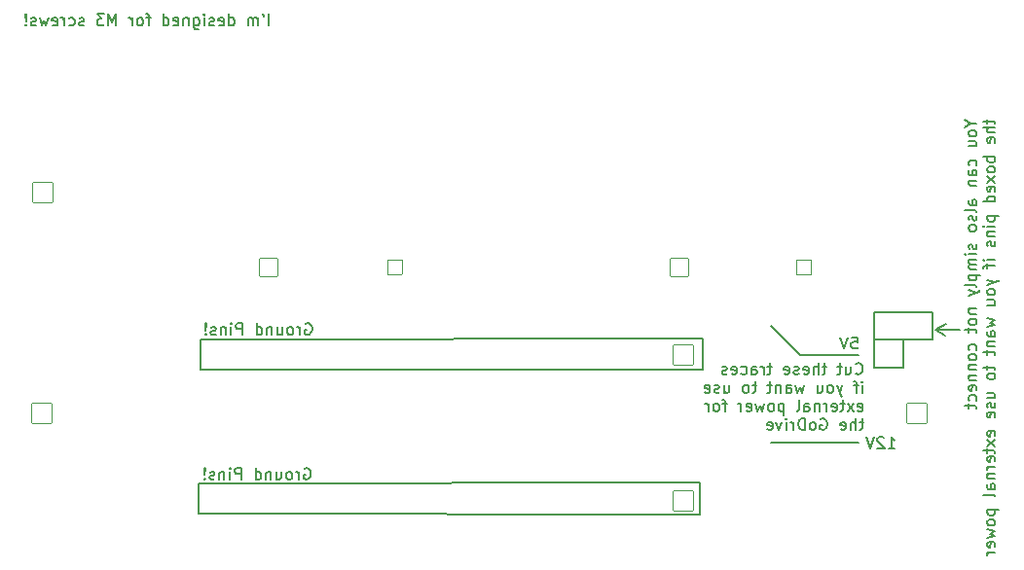
<source format=gbo>
G04 #@! TF.GenerationSoftware,KiCad,Pcbnew,8.0.3*
G04 #@! TF.CreationDate,2024-06-26T21:01:40-07:00*
G04 #@! TF.ProjectId,PCTGotekAdapter,50435447-6f74-4656-9b41-646170746572,B*
G04 #@! TF.SameCoordinates,Original*
G04 #@! TF.FileFunction,Legend,Bot*
G04 #@! TF.FilePolarity,Positive*
%FSLAX46Y46*%
G04 Gerber Fmt 4.6, Leading zero omitted, Abs format (unit mm)*
G04 Created by KiCad (PCBNEW 8.0.3) date 2024-06-26 21:01:40*
%MOMM*%
%LPD*%
G01*
G04 APERTURE LIST*
G04 Aperture macros list*
%AMRoundRect*
0 Rectangle with rounded corners*
0 $1 Rounding radius*
0 $2 $3 $4 $5 $6 $7 $8 $9 X,Y pos of 4 corners*
0 Add a 4 corners polygon primitive as box body*
4,1,4,$2,$3,$4,$5,$6,$7,$8,$9,$2,$3,0*
0 Add four circle primitives for the rounded corners*
1,1,$1+$1,$2,$3*
1,1,$1+$1,$4,$5*
1,1,$1+$1,$6,$7*
1,1,$1+$1,$8,$9*
0 Add four rect primitives between the rounded corners*
20,1,$1+$1,$2,$3,$4,$5,0*
20,1,$1+$1,$4,$5,$6,$7,0*
20,1,$1+$1,$6,$7,$8,$9,0*
20,1,$1+$1,$8,$9,$2,$3,0*%
G04 Aperture macros list end*
%ADD10C,0.150000*%
%ADD11RoundRect,0.038000X0.800000X0.800000X-0.800000X0.800000X-0.800000X-0.800000X0.800000X-0.800000X0*%
%ADD12C,1.676000*%
%ADD13RoundRect,0.038000X0.850000X0.850000X-0.850000X0.850000X-0.850000X-0.850000X0.850000X-0.850000X0*%
%ADD14O,1.776000X1.776000*%
%ADD15C,0.876000*%
%ADD16C,6.476000*%
%ADD17RoundRect,0.038000X0.850000X-0.850000X0.850000X0.850000X-0.850000X0.850000X-0.850000X-0.850000X0*%
%ADD18C,2.476000*%
%ADD19O,2.476000X2.476000*%
%ADD20RoundRect,0.038000X-0.850000X0.850000X-0.850000X-0.850000X0.850000X-0.850000X0.850000X0.850000X0*%
%ADD21RoundRect,0.038000X0.640000X0.640000X-0.640000X0.640000X-0.640000X-0.640000X0.640000X-0.640000X0*%
%ADD22C,1.356000*%
%ADD23RoundRect,0.038000X0.635000X0.635000X-0.635000X0.635000X-0.635000X-0.635000X0.635000X-0.635000X0*%
%ADD24C,1.346000*%
%ADD25C,1.076000*%
G04 APERTURE END LIST*
D10*
X140690640Y-117910893D02*
X184317794Y-118002907D01*
X140886583Y-102757976D02*
X184516535Y-102692661D01*
X204761324Y-101895364D02*
X205609509Y-102439072D01*
X193040000Y-104140000D02*
X190500000Y-101600000D01*
X199454728Y-102787046D02*
X201955787Y-102787046D01*
X201955787Y-105222860D01*
X199454728Y-105222860D01*
X199454728Y-102787046D01*
X184516535Y-102692661D02*
X184516535Y-105370547D01*
X198120000Y-111760000D02*
X190500000Y-111760000D01*
X206892662Y-101960609D02*
X204761324Y-101895364D01*
X184317794Y-118002907D02*
X184320593Y-115233007D01*
X140886582Y-105370547D02*
X140886583Y-102757976D01*
X184516535Y-105370547D02*
X140886582Y-105370547D01*
X140690640Y-117910893D02*
X140690641Y-115298322D01*
X205718251Y-101395152D02*
X204761324Y-101895364D01*
X204761324Y-101895364D02*
X205718251Y-101395152D01*
X140690641Y-115298322D02*
X184320593Y-115233007D01*
X198120000Y-104140000D02*
X193040000Y-104140000D01*
X199454728Y-100416476D02*
X204500344Y-100416476D01*
X204500344Y-102787046D01*
X199454728Y-102787046D01*
X199454728Y-100416476D01*
X197827818Y-105702398D02*
X197875437Y-105750018D01*
X197875437Y-105750018D02*
X198018294Y-105797637D01*
X198018294Y-105797637D02*
X198113532Y-105797637D01*
X198113532Y-105797637D02*
X198256389Y-105750018D01*
X198256389Y-105750018D02*
X198351627Y-105654779D01*
X198351627Y-105654779D02*
X198399246Y-105559541D01*
X198399246Y-105559541D02*
X198446865Y-105369065D01*
X198446865Y-105369065D02*
X198446865Y-105226208D01*
X198446865Y-105226208D02*
X198399246Y-105035732D01*
X198399246Y-105035732D02*
X198351627Y-104940494D01*
X198351627Y-104940494D02*
X198256389Y-104845256D01*
X198256389Y-104845256D02*
X198113532Y-104797637D01*
X198113532Y-104797637D02*
X198018294Y-104797637D01*
X198018294Y-104797637D02*
X197875437Y-104845256D01*
X197875437Y-104845256D02*
X197827818Y-104892875D01*
X196970675Y-105130970D02*
X196970675Y-105797637D01*
X197399246Y-105130970D02*
X197399246Y-105654779D01*
X197399246Y-105654779D02*
X197351627Y-105750018D01*
X197351627Y-105750018D02*
X197256389Y-105797637D01*
X197256389Y-105797637D02*
X197113532Y-105797637D01*
X197113532Y-105797637D02*
X197018294Y-105750018D01*
X197018294Y-105750018D02*
X196970675Y-105702398D01*
X196637341Y-105130970D02*
X196256389Y-105130970D01*
X196494484Y-104797637D02*
X196494484Y-105654779D01*
X196494484Y-105654779D02*
X196446865Y-105750018D01*
X196446865Y-105750018D02*
X196351627Y-105797637D01*
X196351627Y-105797637D02*
X196256389Y-105797637D01*
X195304007Y-105130970D02*
X194923055Y-105130970D01*
X195161150Y-104797637D02*
X195161150Y-105654779D01*
X195161150Y-105654779D02*
X195113531Y-105750018D01*
X195113531Y-105750018D02*
X195018293Y-105797637D01*
X195018293Y-105797637D02*
X194923055Y-105797637D01*
X194589721Y-105797637D02*
X194589721Y-104797637D01*
X194161150Y-105797637D02*
X194161150Y-105273827D01*
X194161150Y-105273827D02*
X194208769Y-105178589D01*
X194208769Y-105178589D02*
X194304007Y-105130970D01*
X194304007Y-105130970D02*
X194446864Y-105130970D01*
X194446864Y-105130970D02*
X194542102Y-105178589D01*
X194542102Y-105178589D02*
X194589721Y-105226208D01*
X193304007Y-105750018D02*
X193399245Y-105797637D01*
X193399245Y-105797637D02*
X193589721Y-105797637D01*
X193589721Y-105797637D02*
X193684959Y-105750018D01*
X193684959Y-105750018D02*
X193732578Y-105654779D01*
X193732578Y-105654779D02*
X193732578Y-105273827D01*
X193732578Y-105273827D02*
X193684959Y-105178589D01*
X193684959Y-105178589D02*
X193589721Y-105130970D01*
X193589721Y-105130970D02*
X193399245Y-105130970D01*
X193399245Y-105130970D02*
X193304007Y-105178589D01*
X193304007Y-105178589D02*
X193256388Y-105273827D01*
X193256388Y-105273827D02*
X193256388Y-105369065D01*
X193256388Y-105369065D02*
X193732578Y-105464303D01*
X192875435Y-105750018D02*
X192780197Y-105797637D01*
X192780197Y-105797637D02*
X192589721Y-105797637D01*
X192589721Y-105797637D02*
X192494483Y-105750018D01*
X192494483Y-105750018D02*
X192446864Y-105654779D01*
X192446864Y-105654779D02*
X192446864Y-105607160D01*
X192446864Y-105607160D02*
X192494483Y-105511922D01*
X192494483Y-105511922D02*
X192589721Y-105464303D01*
X192589721Y-105464303D02*
X192732578Y-105464303D01*
X192732578Y-105464303D02*
X192827816Y-105416684D01*
X192827816Y-105416684D02*
X192875435Y-105321446D01*
X192875435Y-105321446D02*
X192875435Y-105273827D01*
X192875435Y-105273827D02*
X192827816Y-105178589D01*
X192827816Y-105178589D02*
X192732578Y-105130970D01*
X192732578Y-105130970D02*
X192589721Y-105130970D01*
X192589721Y-105130970D02*
X192494483Y-105178589D01*
X191637340Y-105750018D02*
X191732578Y-105797637D01*
X191732578Y-105797637D02*
X191923054Y-105797637D01*
X191923054Y-105797637D02*
X192018292Y-105750018D01*
X192018292Y-105750018D02*
X192065911Y-105654779D01*
X192065911Y-105654779D02*
X192065911Y-105273827D01*
X192065911Y-105273827D02*
X192018292Y-105178589D01*
X192018292Y-105178589D02*
X191923054Y-105130970D01*
X191923054Y-105130970D02*
X191732578Y-105130970D01*
X191732578Y-105130970D02*
X191637340Y-105178589D01*
X191637340Y-105178589D02*
X191589721Y-105273827D01*
X191589721Y-105273827D02*
X191589721Y-105369065D01*
X191589721Y-105369065D02*
X192065911Y-105464303D01*
X190542101Y-105130970D02*
X190161149Y-105130970D01*
X190399244Y-104797637D02*
X190399244Y-105654779D01*
X190399244Y-105654779D02*
X190351625Y-105750018D01*
X190351625Y-105750018D02*
X190256387Y-105797637D01*
X190256387Y-105797637D02*
X190161149Y-105797637D01*
X189827815Y-105797637D02*
X189827815Y-105130970D01*
X189827815Y-105321446D02*
X189780196Y-105226208D01*
X189780196Y-105226208D02*
X189732577Y-105178589D01*
X189732577Y-105178589D02*
X189637339Y-105130970D01*
X189637339Y-105130970D02*
X189542101Y-105130970D01*
X188780196Y-105797637D02*
X188780196Y-105273827D01*
X188780196Y-105273827D02*
X188827815Y-105178589D01*
X188827815Y-105178589D02*
X188923053Y-105130970D01*
X188923053Y-105130970D02*
X189113529Y-105130970D01*
X189113529Y-105130970D02*
X189208767Y-105178589D01*
X188780196Y-105750018D02*
X188875434Y-105797637D01*
X188875434Y-105797637D02*
X189113529Y-105797637D01*
X189113529Y-105797637D02*
X189208767Y-105750018D01*
X189208767Y-105750018D02*
X189256386Y-105654779D01*
X189256386Y-105654779D02*
X189256386Y-105559541D01*
X189256386Y-105559541D02*
X189208767Y-105464303D01*
X189208767Y-105464303D02*
X189113529Y-105416684D01*
X189113529Y-105416684D02*
X188875434Y-105416684D01*
X188875434Y-105416684D02*
X188780196Y-105369065D01*
X187875434Y-105750018D02*
X187970672Y-105797637D01*
X187970672Y-105797637D02*
X188161148Y-105797637D01*
X188161148Y-105797637D02*
X188256386Y-105750018D01*
X188256386Y-105750018D02*
X188304005Y-105702398D01*
X188304005Y-105702398D02*
X188351624Y-105607160D01*
X188351624Y-105607160D02*
X188351624Y-105321446D01*
X188351624Y-105321446D02*
X188304005Y-105226208D01*
X188304005Y-105226208D02*
X188256386Y-105178589D01*
X188256386Y-105178589D02*
X188161148Y-105130970D01*
X188161148Y-105130970D02*
X187970672Y-105130970D01*
X187970672Y-105130970D02*
X187875434Y-105178589D01*
X187065910Y-105750018D02*
X187161148Y-105797637D01*
X187161148Y-105797637D02*
X187351624Y-105797637D01*
X187351624Y-105797637D02*
X187446862Y-105750018D01*
X187446862Y-105750018D02*
X187494481Y-105654779D01*
X187494481Y-105654779D02*
X187494481Y-105273827D01*
X187494481Y-105273827D02*
X187446862Y-105178589D01*
X187446862Y-105178589D02*
X187351624Y-105130970D01*
X187351624Y-105130970D02*
X187161148Y-105130970D01*
X187161148Y-105130970D02*
X187065910Y-105178589D01*
X187065910Y-105178589D02*
X187018291Y-105273827D01*
X187018291Y-105273827D02*
X187018291Y-105369065D01*
X187018291Y-105369065D02*
X187494481Y-105464303D01*
X186637338Y-105750018D02*
X186542100Y-105797637D01*
X186542100Y-105797637D02*
X186351624Y-105797637D01*
X186351624Y-105797637D02*
X186256386Y-105750018D01*
X186256386Y-105750018D02*
X186208767Y-105654779D01*
X186208767Y-105654779D02*
X186208767Y-105607160D01*
X186208767Y-105607160D02*
X186256386Y-105511922D01*
X186256386Y-105511922D02*
X186351624Y-105464303D01*
X186351624Y-105464303D02*
X186494481Y-105464303D01*
X186494481Y-105464303D02*
X186589719Y-105416684D01*
X186589719Y-105416684D02*
X186637338Y-105321446D01*
X186637338Y-105321446D02*
X186637338Y-105273827D01*
X186637338Y-105273827D02*
X186589719Y-105178589D01*
X186589719Y-105178589D02*
X186494481Y-105130970D01*
X186494481Y-105130970D02*
X186351624Y-105130970D01*
X186351624Y-105130970D02*
X186256386Y-105178589D01*
X198399246Y-107407581D02*
X198399246Y-106740914D01*
X198399246Y-106407581D02*
X198446865Y-106455200D01*
X198446865Y-106455200D02*
X198399246Y-106502819D01*
X198399246Y-106502819D02*
X198351627Y-106455200D01*
X198351627Y-106455200D02*
X198399246Y-106407581D01*
X198399246Y-106407581D02*
X198399246Y-106502819D01*
X198065913Y-106740914D02*
X197684961Y-106740914D01*
X197923056Y-107407581D02*
X197923056Y-106550438D01*
X197923056Y-106550438D02*
X197875437Y-106455200D01*
X197875437Y-106455200D02*
X197780199Y-106407581D01*
X197780199Y-106407581D02*
X197684961Y-106407581D01*
X196684960Y-106740914D02*
X196446865Y-107407581D01*
X196208770Y-106740914D02*
X196446865Y-107407581D01*
X196446865Y-107407581D02*
X196542103Y-107645676D01*
X196542103Y-107645676D02*
X196589722Y-107693295D01*
X196589722Y-107693295D02*
X196684960Y-107740914D01*
X195684960Y-107407581D02*
X195780198Y-107359962D01*
X195780198Y-107359962D02*
X195827817Y-107312342D01*
X195827817Y-107312342D02*
X195875436Y-107217104D01*
X195875436Y-107217104D02*
X195875436Y-106931390D01*
X195875436Y-106931390D02*
X195827817Y-106836152D01*
X195827817Y-106836152D02*
X195780198Y-106788533D01*
X195780198Y-106788533D02*
X195684960Y-106740914D01*
X195684960Y-106740914D02*
X195542103Y-106740914D01*
X195542103Y-106740914D02*
X195446865Y-106788533D01*
X195446865Y-106788533D02*
X195399246Y-106836152D01*
X195399246Y-106836152D02*
X195351627Y-106931390D01*
X195351627Y-106931390D02*
X195351627Y-107217104D01*
X195351627Y-107217104D02*
X195399246Y-107312342D01*
X195399246Y-107312342D02*
X195446865Y-107359962D01*
X195446865Y-107359962D02*
X195542103Y-107407581D01*
X195542103Y-107407581D02*
X195684960Y-107407581D01*
X194494484Y-106740914D02*
X194494484Y-107407581D01*
X194923055Y-106740914D02*
X194923055Y-107264723D01*
X194923055Y-107264723D02*
X194875436Y-107359962D01*
X194875436Y-107359962D02*
X194780198Y-107407581D01*
X194780198Y-107407581D02*
X194637341Y-107407581D01*
X194637341Y-107407581D02*
X194542103Y-107359962D01*
X194542103Y-107359962D02*
X194494484Y-107312342D01*
X193351626Y-106740914D02*
X193161150Y-107407581D01*
X193161150Y-107407581D02*
X192970674Y-106931390D01*
X192970674Y-106931390D02*
X192780198Y-107407581D01*
X192780198Y-107407581D02*
X192589722Y-106740914D01*
X191780198Y-107407581D02*
X191780198Y-106883771D01*
X191780198Y-106883771D02*
X191827817Y-106788533D01*
X191827817Y-106788533D02*
X191923055Y-106740914D01*
X191923055Y-106740914D02*
X192113531Y-106740914D01*
X192113531Y-106740914D02*
X192208769Y-106788533D01*
X191780198Y-107359962D02*
X191875436Y-107407581D01*
X191875436Y-107407581D02*
X192113531Y-107407581D01*
X192113531Y-107407581D02*
X192208769Y-107359962D01*
X192208769Y-107359962D02*
X192256388Y-107264723D01*
X192256388Y-107264723D02*
X192256388Y-107169485D01*
X192256388Y-107169485D02*
X192208769Y-107074247D01*
X192208769Y-107074247D02*
X192113531Y-107026628D01*
X192113531Y-107026628D02*
X191875436Y-107026628D01*
X191875436Y-107026628D02*
X191780198Y-106979009D01*
X191304007Y-106740914D02*
X191304007Y-107407581D01*
X191304007Y-106836152D02*
X191256388Y-106788533D01*
X191256388Y-106788533D02*
X191161150Y-106740914D01*
X191161150Y-106740914D02*
X191018293Y-106740914D01*
X191018293Y-106740914D02*
X190923055Y-106788533D01*
X190923055Y-106788533D02*
X190875436Y-106883771D01*
X190875436Y-106883771D02*
X190875436Y-107407581D01*
X190542102Y-106740914D02*
X190161150Y-106740914D01*
X190399245Y-106407581D02*
X190399245Y-107264723D01*
X190399245Y-107264723D02*
X190351626Y-107359962D01*
X190351626Y-107359962D02*
X190256388Y-107407581D01*
X190256388Y-107407581D02*
X190161150Y-107407581D01*
X189208768Y-106740914D02*
X188827816Y-106740914D01*
X189065911Y-106407581D02*
X189065911Y-107264723D01*
X189065911Y-107264723D02*
X189018292Y-107359962D01*
X189018292Y-107359962D02*
X188923054Y-107407581D01*
X188923054Y-107407581D02*
X188827816Y-107407581D01*
X188351625Y-107407581D02*
X188446863Y-107359962D01*
X188446863Y-107359962D02*
X188494482Y-107312342D01*
X188494482Y-107312342D02*
X188542101Y-107217104D01*
X188542101Y-107217104D02*
X188542101Y-106931390D01*
X188542101Y-106931390D02*
X188494482Y-106836152D01*
X188494482Y-106836152D02*
X188446863Y-106788533D01*
X188446863Y-106788533D02*
X188351625Y-106740914D01*
X188351625Y-106740914D02*
X188208768Y-106740914D01*
X188208768Y-106740914D02*
X188113530Y-106788533D01*
X188113530Y-106788533D02*
X188065911Y-106836152D01*
X188065911Y-106836152D02*
X188018292Y-106931390D01*
X188018292Y-106931390D02*
X188018292Y-107217104D01*
X188018292Y-107217104D02*
X188065911Y-107312342D01*
X188065911Y-107312342D02*
X188113530Y-107359962D01*
X188113530Y-107359962D02*
X188208768Y-107407581D01*
X188208768Y-107407581D02*
X188351625Y-107407581D01*
X186399244Y-106740914D02*
X186399244Y-107407581D01*
X186827815Y-106740914D02*
X186827815Y-107264723D01*
X186827815Y-107264723D02*
X186780196Y-107359962D01*
X186780196Y-107359962D02*
X186684958Y-107407581D01*
X186684958Y-107407581D02*
X186542101Y-107407581D01*
X186542101Y-107407581D02*
X186446863Y-107359962D01*
X186446863Y-107359962D02*
X186399244Y-107312342D01*
X185970672Y-107359962D02*
X185875434Y-107407581D01*
X185875434Y-107407581D02*
X185684958Y-107407581D01*
X185684958Y-107407581D02*
X185589720Y-107359962D01*
X185589720Y-107359962D02*
X185542101Y-107264723D01*
X185542101Y-107264723D02*
X185542101Y-107217104D01*
X185542101Y-107217104D02*
X185589720Y-107121866D01*
X185589720Y-107121866D02*
X185684958Y-107074247D01*
X185684958Y-107074247D02*
X185827815Y-107074247D01*
X185827815Y-107074247D02*
X185923053Y-107026628D01*
X185923053Y-107026628D02*
X185970672Y-106931390D01*
X185970672Y-106931390D02*
X185970672Y-106883771D01*
X185970672Y-106883771D02*
X185923053Y-106788533D01*
X185923053Y-106788533D02*
X185827815Y-106740914D01*
X185827815Y-106740914D02*
X185684958Y-106740914D01*
X185684958Y-106740914D02*
X185589720Y-106788533D01*
X184732577Y-107359962D02*
X184827815Y-107407581D01*
X184827815Y-107407581D02*
X185018291Y-107407581D01*
X185018291Y-107407581D02*
X185113529Y-107359962D01*
X185113529Y-107359962D02*
X185161148Y-107264723D01*
X185161148Y-107264723D02*
X185161148Y-106883771D01*
X185161148Y-106883771D02*
X185113529Y-106788533D01*
X185113529Y-106788533D02*
X185018291Y-106740914D01*
X185018291Y-106740914D02*
X184827815Y-106740914D01*
X184827815Y-106740914D02*
X184732577Y-106788533D01*
X184732577Y-106788533D02*
X184684958Y-106883771D01*
X184684958Y-106883771D02*
X184684958Y-106979009D01*
X184684958Y-106979009D02*
X185161148Y-107074247D01*
X198018294Y-108969906D02*
X198113532Y-109017525D01*
X198113532Y-109017525D02*
X198304008Y-109017525D01*
X198304008Y-109017525D02*
X198399246Y-108969906D01*
X198399246Y-108969906D02*
X198446865Y-108874667D01*
X198446865Y-108874667D02*
X198446865Y-108493715D01*
X198446865Y-108493715D02*
X198399246Y-108398477D01*
X198399246Y-108398477D02*
X198304008Y-108350858D01*
X198304008Y-108350858D02*
X198113532Y-108350858D01*
X198113532Y-108350858D02*
X198018294Y-108398477D01*
X198018294Y-108398477D02*
X197970675Y-108493715D01*
X197970675Y-108493715D02*
X197970675Y-108588953D01*
X197970675Y-108588953D02*
X198446865Y-108684191D01*
X197637341Y-109017525D02*
X197113532Y-108350858D01*
X197637341Y-108350858D02*
X197113532Y-109017525D01*
X196875436Y-108350858D02*
X196494484Y-108350858D01*
X196732579Y-108017525D02*
X196732579Y-108874667D01*
X196732579Y-108874667D02*
X196684960Y-108969906D01*
X196684960Y-108969906D02*
X196589722Y-109017525D01*
X196589722Y-109017525D02*
X196494484Y-109017525D01*
X195780198Y-108969906D02*
X195875436Y-109017525D01*
X195875436Y-109017525D02*
X196065912Y-109017525D01*
X196065912Y-109017525D02*
X196161150Y-108969906D01*
X196161150Y-108969906D02*
X196208769Y-108874667D01*
X196208769Y-108874667D02*
X196208769Y-108493715D01*
X196208769Y-108493715D02*
X196161150Y-108398477D01*
X196161150Y-108398477D02*
X196065912Y-108350858D01*
X196065912Y-108350858D02*
X195875436Y-108350858D01*
X195875436Y-108350858D02*
X195780198Y-108398477D01*
X195780198Y-108398477D02*
X195732579Y-108493715D01*
X195732579Y-108493715D02*
X195732579Y-108588953D01*
X195732579Y-108588953D02*
X196208769Y-108684191D01*
X195304007Y-109017525D02*
X195304007Y-108350858D01*
X195304007Y-108541334D02*
X195256388Y-108446096D01*
X195256388Y-108446096D02*
X195208769Y-108398477D01*
X195208769Y-108398477D02*
X195113531Y-108350858D01*
X195113531Y-108350858D02*
X195018293Y-108350858D01*
X194684959Y-108350858D02*
X194684959Y-109017525D01*
X194684959Y-108446096D02*
X194637340Y-108398477D01*
X194637340Y-108398477D02*
X194542102Y-108350858D01*
X194542102Y-108350858D02*
X194399245Y-108350858D01*
X194399245Y-108350858D02*
X194304007Y-108398477D01*
X194304007Y-108398477D02*
X194256388Y-108493715D01*
X194256388Y-108493715D02*
X194256388Y-109017525D01*
X193351626Y-109017525D02*
X193351626Y-108493715D01*
X193351626Y-108493715D02*
X193399245Y-108398477D01*
X193399245Y-108398477D02*
X193494483Y-108350858D01*
X193494483Y-108350858D02*
X193684959Y-108350858D01*
X193684959Y-108350858D02*
X193780197Y-108398477D01*
X193351626Y-108969906D02*
X193446864Y-109017525D01*
X193446864Y-109017525D02*
X193684959Y-109017525D01*
X193684959Y-109017525D02*
X193780197Y-108969906D01*
X193780197Y-108969906D02*
X193827816Y-108874667D01*
X193827816Y-108874667D02*
X193827816Y-108779429D01*
X193827816Y-108779429D02*
X193780197Y-108684191D01*
X193780197Y-108684191D02*
X193684959Y-108636572D01*
X193684959Y-108636572D02*
X193446864Y-108636572D01*
X193446864Y-108636572D02*
X193351626Y-108588953D01*
X192732578Y-109017525D02*
X192827816Y-108969906D01*
X192827816Y-108969906D02*
X192875435Y-108874667D01*
X192875435Y-108874667D02*
X192875435Y-108017525D01*
X191589720Y-108350858D02*
X191589720Y-109350858D01*
X191589720Y-108398477D02*
X191494482Y-108350858D01*
X191494482Y-108350858D02*
X191304006Y-108350858D01*
X191304006Y-108350858D02*
X191208768Y-108398477D01*
X191208768Y-108398477D02*
X191161149Y-108446096D01*
X191161149Y-108446096D02*
X191113530Y-108541334D01*
X191113530Y-108541334D02*
X191113530Y-108827048D01*
X191113530Y-108827048D02*
X191161149Y-108922286D01*
X191161149Y-108922286D02*
X191208768Y-108969906D01*
X191208768Y-108969906D02*
X191304006Y-109017525D01*
X191304006Y-109017525D02*
X191494482Y-109017525D01*
X191494482Y-109017525D02*
X191589720Y-108969906D01*
X190542101Y-109017525D02*
X190637339Y-108969906D01*
X190637339Y-108969906D02*
X190684958Y-108922286D01*
X190684958Y-108922286D02*
X190732577Y-108827048D01*
X190732577Y-108827048D02*
X190732577Y-108541334D01*
X190732577Y-108541334D02*
X190684958Y-108446096D01*
X190684958Y-108446096D02*
X190637339Y-108398477D01*
X190637339Y-108398477D02*
X190542101Y-108350858D01*
X190542101Y-108350858D02*
X190399244Y-108350858D01*
X190399244Y-108350858D02*
X190304006Y-108398477D01*
X190304006Y-108398477D02*
X190256387Y-108446096D01*
X190256387Y-108446096D02*
X190208768Y-108541334D01*
X190208768Y-108541334D02*
X190208768Y-108827048D01*
X190208768Y-108827048D02*
X190256387Y-108922286D01*
X190256387Y-108922286D02*
X190304006Y-108969906D01*
X190304006Y-108969906D02*
X190399244Y-109017525D01*
X190399244Y-109017525D02*
X190542101Y-109017525D01*
X189875434Y-108350858D02*
X189684958Y-109017525D01*
X189684958Y-109017525D02*
X189494482Y-108541334D01*
X189494482Y-108541334D02*
X189304006Y-109017525D01*
X189304006Y-109017525D02*
X189113530Y-108350858D01*
X188351625Y-108969906D02*
X188446863Y-109017525D01*
X188446863Y-109017525D02*
X188637339Y-109017525D01*
X188637339Y-109017525D02*
X188732577Y-108969906D01*
X188732577Y-108969906D02*
X188780196Y-108874667D01*
X188780196Y-108874667D02*
X188780196Y-108493715D01*
X188780196Y-108493715D02*
X188732577Y-108398477D01*
X188732577Y-108398477D02*
X188637339Y-108350858D01*
X188637339Y-108350858D02*
X188446863Y-108350858D01*
X188446863Y-108350858D02*
X188351625Y-108398477D01*
X188351625Y-108398477D02*
X188304006Y-108493715D01*
X188304006Y-108493715D02*
X188304006Y-108588953D01*
X188304006Y-108588953D02*
X188780196Y-108684191D01*
X187875434Y-109017525D02*
X187875434Y-108350858D01*
X187875434Y-108541334D02*
X187827815Y-108446096D01*
X187827815Y-108446096D02*
X187780196Y-108398477D01*
X187780196Y-108398477D02*
X187684958Y-108350858D01*
X187684958Y-108350858D02*
X187589720Y-108350858D01*
X186637338Y-108350858D02*
X186256386Y-108350858D01*
X186494481Y-109017525D02*
X186494481Y-108160382D01*
X186494481Y-108160382D02*
X186446862Y-108065144D01*
X186446862Y-108065144D02*
X186351624Y-108017525D01*
X186351624Y-108017525D02*
X186256386Y-108017525D01*
X185780195Y-109017525D02*
X185875433Y-108969906D01*
X185875433Y-108969906D02*
X185923052Y-108922286D01*
X185923052Y-108922286D02*
X185970671Y-108827048D01*
X185970671Y-108827048D02*
X185970671Y-108541334D01*
X185970671Y-108541334D02*
X185923052Y-108446096D01*
X185923052Y-108446096D02*
X185875433Y-108398477D01*
X185875433Y-108398477D02*
X185780195Y-108350858D01*
X185780195Y-108350858D02*
X185637338Y-108350858D01*
X185637338Y-108350858D02*
X185542100Y-108398477D01*
X185542100Y-108398477D02*
X185494481Y-108446096D01*
X185494481Y-108446096D02*
X185446862Y-108541334D01*
X185446862Y-108541334D02*
X185446862Y-108827048D01*
X185446862Y-108827048D02*
X185494481Y-108922286D01*
X185494481Y-108922286D02*
X185542100Y-108969906D01*
X185542100Y-108969906D02*
X185637338Y-109017525D01*
X185637338Y-109017525D02*
X185780195Y-109017525D01*
X185018290Y-109017525D02*
X185018290Y-108350858D01*
X185018290Y-108541334D02*
X184970671Y-108446096D01*
X184970671Y-108446096D02*
X184923052Y-108398477D01*
X184923052Y-108398477D02*
X184827814Y-108350858D01*
X184827814Y-108350858D02*
X184732576Y-108350858D01*
X198542103Y-109960802D02*
X198161151Y-109960802D01*
X198399246Y-109627469D02*
X198399246Y-110484611D01*
X198399246Y-110484611D02*
X198351627Y-110579850D01*
X198351627Y-110579850D02*
X198256389Y-110627469D01*
X198256389Y-110627469D02*
X198161151Y-110627469D01*
X197827817Y-110627469D02*
X197827817Y-109627469D01*
X197399246Y-110627469D02*
X197399246Y-110103659D01*
X197399246Y-110103659D02*
X197446865Y-110008421D01*
X197446865Y-110008421D02*
X197542103Y-109960802D01*
X197542103Y-109960802D02*
X197684960Y-109960802D01*
X197684960Y-109960802D02*
X197780198Y-110008421D01*
X197780198Y-110008421D02*
X197827817Y-110056040D01*
X196542103Y-110579850D02*
X196637341Y-110627469D01*
X196637341Y-110627469D02*
X196827817Y-110627469D01*
X196827817Y-110627469D02*
X196923055Y-110579850D01*
X196923055Y-110579850D02*
X196970674Y-110484611D01*
X196970674Y-110484611D02*
X196970674Y-110103659D01*
X196970674Y-110103659D02*
X196923055Y-110008421D01*
X196923055Y-110008421D02*
X196827817Y-109960802D01*
X196827817Y-109960802D02*
X196637341Y-109960802D01*
X196637341Y-109960802D02*
X196542103Y-110008421D01*
X196542103Y-110008421D02*
X196494484Y-110103659D01*
X196494484Y-110103659D02*
X196494484Y-110198897D01*
X196494484Y-110198897D02*
X196970674Y-110294135D01*
X194780198Y-109675088D02*
X194875436Y-109627469D01*
X194875436Y-109627469D02*
X195018293Y-109627469D01*
X195018293Y-109627469D02*
X195161150Y-109675088D01*
X195161150Y-109675088D02*
X195256388Y-109770326D01*
X195256388Y-109770326D02*
X195304007Y-109865564D01*
X195304007Y-109865564D02*
X195351626Y-110056040D01*
X195351626Y-110056040D02*
X195351626Y-110198897D01*
X195351626Y-110198897D02*
X195304007Y-110389373D01*
X195304007Y-110389373D02*
X195256388Y-110484611D01*
X195256388Y-110484611D02*
X195161150Y-110579850D01*
X195161150Y-110579850D02*
X195018293Y-110627469D01*
X195018293Y-110627469D02*
X194923055Y-110627469D01*
X194923055Y-110627469D02*
X194780198Y-110579850D01*
X194780198Y-110579850D02*
X194732579Y-110532230D01*
X194732579Y-110532230D02*
X194732579Y-110198897D01*
X194732579Y-110198897D02*
X194923055Y-110198897D01*
X194161150Y-110627469D02*
X194256388Y-110579850D01*
X194256388Y-110579850D02*
X194304007Y-110532230D01*
X194304007Y-110532230D02*
X194351626Y-110436992D01*
X194351626Y-110436992D02*
X194351626Y-110151278D01*
X194351626Y-110151278D02*
X194304007Y-110056040D01*
X194304007Y-110056040D02*
X194256388Y-110008421D01*
X194256388Y-110008421D02*
X194161150Y-109960802D01*
X194161150Y-109960802D02*
X194018293Y-109960802D01*
X194018293Y-109960802D02*
X193923055Y-110008421D01*
X193923055Y-110008421D02*
X193875436Y-110056040D01*
X193875436Y-110056040D02*
X193827817Y-110151278D01*
X193827817Y-110151278D02*
X193827817Y-110436992D01*
X193827817Y-110436992D02*
X193875436Y-110532230D01*
X193875436Y-110532230D02*
X193923055Y-110579850D01*
X193923055Y-110579850D02*
X194018293Y-110627469D01*
X194018293Y-110627469D02*
X194161150Y-110627469D01*
X193399245Y-110627469D02*
X193399245Y-109627469D01*
X193399245Y-109627469D02*
X193161150Y-109627469D01*
X193161150Y-109627469D02*
X193018293Y-109675088D01*
X193018293Y-109675088D02*
X192923055Y-109770326D01*
X192923055Y-109770326D02*
X192875436Y-109865564D01*
X192875436Y-109865564D02*
X192827817Y-110056040D01*
X192827817Y-110056040D02*
X192827817Y-110198897D01*
X192827817Y-110198897D02*
X192875436Y-110389373D01*
X192875436Y-110389373D02*
X192923055Y-110484611D01*
X192923055Y-110484611D02*
X193018293Y-110579850D01*
X193018293Y-110579850D02*
X193161150Y-110627469D01*
X193161150Y-110627469D02*
X193399245Y-110627469D01*
X192399245Y-110627469D02*
X192399245Y-109960802D01*
X192399245Y-110151278D02*
X192351626Y-110056040D01*
X192351626Y-110056040D02*
X192304007Y-110008421D01*
X192304007Y-110008421D02*
X192208769Y-109960802D01*
X192208769Y-109960802D02*
X192113531Y-109960802D01*
X191780197Y-110627469D02*
X191780197Y-109960802D01*
X191780197Y-109627469D02*
X191827816Y-109675088D01*
X191827816Y-109675088D02*
X191780197Y-109722707D01*
X191780197Y-109722707D02*
X191732578Y-109675088D01*
X191732578Y-109675088D02*
X191780197Y-109627469D01*
X191780197Y-109627469D02*
X191780197Y-109722707D01*
X191399245Y-109960802D02*
X191161150Y-110627469D01*
X191161150Y-110627469D02*
X190923055Y-109960802D01*
X190161150Y-110579850D02*
X190256388Y-110627469D01*
X190256388Y-110627469D02*
X190446864Y-110627469D01*
X190446864Y-110627469D02*
X190542102Y-110579850D01*
X190542102Y-110579850D02*
X190589721Y-110484611D01*
X190589721Y-110484611D02*
X190589721Y-110103659D01*
X190589721Y-110103659D02*
X190542102Y-110008421D01*
X190542102Y-110008421D02*
X190446864Y-109960802D01*
X190446864Y-109960802D02*
X190256388Y-109960802D01*
X190256388Y-109960802D02*
X190161150Y-110008421D01*
X190161150Y-110008421D02*
X190113531Y-110103659D01*
X190113531Y-110103659D02*
X190113531Y-110198897D01*
X190113531Y-110198897D02*
X190589721Y-110294135D01*
X200672994Y-112254278D02*
X201244422Y-112254278D01*
X200958708Y-112254278D02*
X200958708Y-111254278D01*
X200958708Y-111254278D02*
X201053946Y-111397135D01*
X201053946Y-111397135D02*
X201149184Y-111492373D01*
X201149184Y-111492373D02*
X201244422Y-111539992D01*
X200292041Y-111349516D02*
X200244422Y-111301897D01*
X200244422Y-111301897D02*
X200149184Y-111254278D01*
X200149184Y-111254278D02*
X199911089Y-111254278D01*
X199911089Y-111254278D02*
X199815851Y-111301897D01*
X199815851Y-111301897D02*
X199768232Y-111349516D01*
X199768232Y-111349516D02*
X199720613Y-111444754D01*
X199720613Y-111444754D02*
X199720613Y-111539992D01*
X199720613Y-111539992D02*
X199768232Y-111682849D01*
X199768232Y-111682849D02*
X200339660Y-112254278D01*
X200339660Y-112254278D02*
X199720613Y-112254278D01*
X199434898Y-111254278D02*
X199101565Y-112254278D01*
X199101565Y-112254278D02*
X198768232Y-111254278D01*
X146793010Y-75443520D02*
X146793010Y-74443520D01*
X146269201Y-74443520D02*
X146364439Y-74633996D01*
X145840630Y-75443520D02*
X145840630Y-74776853D01*
X145840630Y-74872091D02*
X145793011Y-74824472D01*
X145793011Y-74824472D02*
X145697773Y-74776853D01*
X145697773Y-74776853D02*
X145554916Y-74776853D01*
X145554916Y-74776853D02*
X145459678Y-74824472D01*
X145459678Y-74824472D02*
X145412059Y-74919710D01*
X145412059Y-74919710D02*
X145412059Y-75443520D01*
X145412059Y-74919710D02*
X145364440Y-74824472D01*
X145364440Y-74824472D02*
X145269202Y-74776853D01*
X145269202Y-74776853D02*
X145126345Y-74776853D01*
X145126345Y-74776853D02*
X145031106Y-74824472D01*
X145031106Y-74824472D02*
X144983487Y-74919710D01*
X144983487Y-74919710D02*
X144983487Y-75443520D01*
X143316821Y-75443520D02*
X143316821Y-74443520D01*
X143316821Y-75395901D02*
X143412059Y-75443520D01*
X143412059Y-75443520D02*
X143602535Y-75443520D01*
X143602535Y-75443520D02*
X143697773Y-75395901D01*
X143697773Y-75395901D02*
X143745392Y-75348281D01*
X143745392Y-75348281D02*
X143793011Y-75253043D01*
X143793011Y-75253043D02*
X143793011Y-74967329D01*
X143793011Y-74967329D02*
X143745392Y-74872091D01*
X143745392Y-74872091D02*
X143697773Y-74824472D01*
X143697773Y-74824472D02*
X143602535Y-74776853D01*
X143602535Y-74776853D02*
X143412059Y-74776853D01*
X143412059Y-74776853D02*
X143316821Y-74824472D01*
X142459678Y-75395901D02*
X142554916Y-75443520D01*
X142554916Y-75443520D02*
X142745392Y-75443520D01*
X142745392Y-75443520D02*
X142840630Y-75395901D01*
X142840630Y-75395901D02*
X142888249Y-75300662D01*
X142888249Y-75300662D02*
X142888249Y-74919710D01*
X142888249Y-74919710D02*
X142840630Y-74824472D01*
X142840630Y-74824472D02*
X142745392Y-74776853D01*
X142745392Y-74776853D02*
X142554916Y-74776853D01*
X142554916Y-74776853D02*
X142459678Y-74824472D01*
X142459678Y-74824472D02*
X142412059Y-74919710D01*
X142412059Y-74919710D02*
X142412059Y-75014948D01*
X142412059Y-75014948D02*
X142888249Y-75110186D01*
X142031106Y-75395901D02*
X141935868Y-75443520D01*
X141935868Y-75443520D02*
X141745392Y-75443520D01*
X141745392Y-75443520D02*
X141650154Y-75395901D01*
X141650154Y-75395901D02*
X141602535Y-75300662D01*
X141602535Y-75300662D02*
X141602535Y-75253043D01*
X141602535Y-75253043D02*
X141650154Y-75157805D01*
X141650154Y-75157805D02*
X141745392Y-75110186D01*
X141745392Y-75110186D02*
X141888249Y-75110186D01*
X141888249Y-75110186D02*
X141983487Y-75062567D01*
X141983487Y-75062567D02*
X142031106Y-74967329D01*
X142031106Y-74967329D02*
X142031106Y-74919710D01*
X142031106Y-74919710D02*
X141983487Y-74824472D01*
X141983487Y-74824472D02*
X141888249Y-74776853D01*
X141888249Y-74776853D02*
X141745392Y-74776853D01*
X141745392Y-74776853D02*
X141650154Y-74824472D01*
X141173963Y-75443520D02*
X141173963Y-74776853D01*
X141173963Y-74443520D02*
X141221582Y-74491139D01*
X141221582Y-74491139D02*
X141173963Y-74538758D01*
X141173963Y-74538758D02*
X141126344Y-74491139D01*
X141126344Y-74491139D02*
X141173963Y-74443520D01*
X141173963Y-74443520D02*
X141173963Y-74538758D01*
X140269202Y-74776853D02*
X140269202Y-75586377D01*
X140269202Y-75586377D02*
X140316821Y-75681615D01*
X140316821Y-75681615D02*
X140364440Y-75729234D01*
X140364440Y-75729234D02*
X140459678Y-75776853D01*
X140459678Y-75776853D02*
X140602535Y-75776853D01*
X140602535Y-75776853D02*
X140697773Y-75729234D01*
X140269202Y-75395901D02*
X140364440Y-75443520D01*
X140364440Y-75443520D02*
X140554916Y-75443520D01*
X140554916Y-75443520D02*
X140650154Y-75395901D01*
X140650154Y-75395901D02*
X140697773Y-75348281D01*
X140697773Y-75348281D02*
X140745392Y-75253043D01*
X140745392Y-75253043D02*
X140745392Y-74967329D01*
X140745392Y-74967329D02*
X140697773Y-74872091D01*
X140697773Y-74872091D02*
X140650154Y-74824472D01*
X140650154Y-74824472D02*
X140554916Y-74776853D01*
X140554916Y-74776853D02*
X140364440Y-74776853D01*
X140364440Y-74776853D02*
X140269202Y-74824472D01*
X139793011Y-74776853D02*
X139793011Y-75443520D01*
X139793011Y-74872091D02*
X139745392Y-74824472D01*
X139745392Y-74824472D02*
X139650154Y-74776853D01*
X139650154Y-74776853D02*
X139507297Y-74776853D01*
X139507297Y-74776853D02*
X139412059Y-74824472D01*
X139412059Y-74824472D02*
X139364440Y-74919710D01*
X139364440Y-74919710D02*
X139364440Y-75443520D01*
X138507297Y-75395901D02*
X138602535Y-75443520D01*
X138602535Y-75443520D02*
X138793011Y-75443520D01*
X138793011Y-75443520D02*
X138888249Y-75395901D01*
X138888249Y-75395901D02*
X138935868Y-75300662D01*
X138935868Y-75300662D02*
X138935868Y-74919710D01*
X138935868Y-74919710D02*
X138888249Y-74824472D01*
X138888249Y-74824472D02*
X138793011Y-74776853D01*
X138793011Y-74776853D02*
X138602535Y-74776853D01*
X138602535Y-74776853D02*
X138507297Y-74824472D01*
X138507297Y-74824472D02*
X138459678Y-74919710D01*
X138459678Y-74919710D02*
X138459678Y-75014948D01*
X138459678Y-75014948D02*
X138935868Y-75110186D01*
X137602535Y-75443520D02*
X137602535Y-74443520D01*
X137602535Y-75395901D02*
X137697773Y-75443520D01*
X137697773Y-75443520D02*
X137888249Y-75443520D01*
X137888249Y-75443520D02*
X137983487Y-75395901D01*
X137983487Y-75395901D02*
X138031106Y-75348281D01*
X138031106Y-75348281D02*
X138078725Y-75253043D01*
X138078725Y-75253043D02*
X138078725Y-74967329D01*
X138078725Y-74967329D02*
X138031106Y-74872091D01*
X138031106Y-74872091D02*
X137983487Y-74824472D01*
X137983487Y-74824472D02*
X137888249Y-74776853D01*
X137888249Y-74776853D02*
X137697773Y-74776853D01*
X137697773Y-74776853D02*
X137602535Y-74824472D01*
X136507296Y-74776853D02*
X136126344Y-74776853D01*
X136364439Y-75443520D02*
X136364439Y-74586377D01*
X136364439Y-74586377D02*
X136316820Y-74491139D01*
X136316820Y-74491139D02*
X136221582Y-74443520D01*
X136221582Y-74443520D02*
X136126344Y-74443520D01*
X135650153Y-75443520D02*
X135745391Y-75395901D01*
X135745391Y-75395901D02*
X135793010Y-75348281D01*
X135793010Y-75348281D02*
X135840629Y-75253043D01*
X135840629Y-75253043D02*
X135840629Y-74967329D01*
X135840629Y-74967329D02*
X135793010Y-74872091D01*
X135793010Y-74872091D02*
X135745391Y-74824472D01*
X135745391Y-74824472D02*
X135650153Y-74776853D01*
X135650153Y-74776853D02*
X135507296Y-74776853D01*
X135507296Y-74776853D02*
X135412058Y-74824472D01*
X135412058Y-74824472D02*
X135364439Y-74872091D01*
X135364439Y-74872091D02*
X135316820Y-74967329D01*
X135316820Y-74967329D02*
X135316820Y-75253043D01*
X135316820Y-75253043D02*
X135364439Y-75348281D01*
X135364439Y-75348281D02*
X135412058Y-75395901D01*
X135412058Y-75395901D02*
X135507296Y-75443520D01*
X135507296Y-75443520D02*
X135650153Y-75443520D01*
X134888248Y-75443520D02*
X134888248Y-74776853D01*
X134888248Y-74967329D02*
X134840629Y-74872091D01*
X134840629Y-74872091D02*
X134793010Y-74824472D01*
X134793010Y-74824472D02*
X134697772Y-74776853D01*
X134697772Y-74776853D02*
X134602534Y-74776853D01*
X133507295Y-75443520D02*
X133507295Y-74443520D01*
X133507295Y-74443520D02*
X133173962Y-75157805D01*
X133173962Y-75157805D02*
X132840629Y-74443520D01*
X132840629Y-74443520D02*
X132840629Y-75443520D01*
X132459676Y-74443520D02*
X131840629Y-74443520D01*
X131840629Y-74443520D02*
X132173962Y-74824472D01*
X132173962Y-74824472D02*
X132031105Y-74824472D01*
X132031105Y-74824472D02*
X131935867Y-74872091D01*
X131935867Y-74872091D02*
X131888248Y-74919710D01*
X131888248Y-74919710D02*
X131840629Y-75014948D01*
X131840629Y-75014948D02*
X131840629Y-75253043D01*
X131840629Y-75253043D02*
X131888248Y-75348281D01*
X131888248Y-75348281D02*
X131935867Y-75395901D01*
X131935867Y-75395901D02*
X132031105Y-75443520D01*
X132031105Y-75443520D02*
X132316819Y-75443520D01*
X132316819Y-75443520D02*
X132412057Y-75395901D01*
X132412057Y-75395901D02*
X132459676Y-75348281D01*
X130697771Y-75395901D02*
X130602533Y-75443520D01*
X130602533Y-75443520D02*
X130412057Y-75443520D01*
X130412057Y-75443520D02*
X130316819Y-75395901D01*
X130316819Y-75395901D02*
X130269200Y-75300662D01*
X130269200Y-75300662D02*
X130269200Y-75253043D01*
X130269200Y-75253043D02*
X130316819Y-75157805D01*
X130316819Y-75157805D02*
X130412057Y-75110186D01*
X130412057Y-75110186D02*
X130554914Y-75110186D01*
X130554914Y-75110186D02*
X130650152Y-75062567D01*
X130650152Y-75062567D02*
X130697771Y-74967329D01*
X130697771Y-74967329D02*
X130697771Y-74919710D01*
X130697771Y-74919710D02*
X130650152Y-74824472D01*
X130650152Y-74824472D02*
X130554914Y-74776853D01*
X130554914Y-74776853D02*
X130412057Y-74776853D01*
X130412057Y-74776853D02*
X130316819Y-74824472D01*
X129412057Y-75395901D02*
X129507295Y-75443520D01*
X129507295Y-75443520D02*
X129697771Y-75443520D01*
X129697771Y-75443520D02*
X129793009Y-75395901D01*
X129793009Y-75395901D02*
X129840628Y-75348281D01*
X129840628Y-75348281D02*
X129888247Y-75253043D01*
X129888247Y-75253043D02*
X129888247Y-74967329D01*
X129888247Y-74967329D02*
X129840628Y-74872091D01*
X129840628Y-74872091D02*
X129793009Y-74824472D01*
X129793009Y-74824472D02*
X129697771Y-74776853D01*
X129697771Y-74776853D02*
X129507295Y-74776853D01*
X129507295Y-74776853D02*
X129412057Y-74824472D01*
X128983485Y-75443520D02*
X128983485Y-74776853D01*
X128983485Y-74967329D02*
X128935866Y-74872091D01*
X128935866Y-74872091D02*
X128888247Y-74824472D01*
X128888247Y-74824472D02*
X128793009Y-74776853D01*
X128793009Y-74776853D02*
X128697771Y-74776853D01*
X127983485Y-75395901D02*
X128078723Y-75443520D01*
X128078723Y-75443520D02*
X128269199Y-75443520D01*
X128269199Y-75443520D02*
X128364437Y-75395901D01*
X128364437Y-75395901D02*
X128412056Y-75300662D01*
X128412056Y-75300662D02*
X128412056Y-74919710D01*
X128412056Y-74919710D02*
X128364437Y-74824472D01*
X128364437Y-74824472D02*
X128269199Y-74776853D01*
X128269199Y-74776853D02*
X128078723Y-74776853D01*
X128078723Y-74776853D02*
X127983485Y-74824472D01*
X127983485Y-74824472D02*
X127935866Y-74919710D01*
X127935866Y-74919710D02*
X127935866Y-75014948D01*
X127935866Y-75014948D02*
X128412056Y-75110186D01*
X127602532Y-74776853D02*
X127412056Y-75443520D01*
X127412056Y-75443520D02*
X127221580Y-74967329D01*
X127221580Y-74967329D02*
X127031104Y-75443520D01*
X127031104Y-75443520D02*
X126840628Y-74776853D01*
X126507294Y-75395901D02*
X126412056Y-75443520D01*
X126412056Y-75443520D02*
X126221580Y-75443520D01*
X126221580Y-75443520D02*
X126126342Y-75395901D01*
X126126342Y-75395901D02*
X126078723Y-75300662D01*
X126078723Y-75300662D02*
X126078723Y-75253043D01*
X126078723Y-75253043D02*
X126126342Y-75157805D01*
X126126342Y-75157805D02*
X126221580Y-75110186D01*
X126221580Y-75110186D02*
X126364437Y-75110186D01*
X126364437Y-75110186D02*
X126459675Y-75062567D01*
X126459675Y-75062567D02*
X126507294Y-74967329D01*
X126507294Y-74967329D02*
X126507294Y-74919710D01*
X126507294Y-74919710D02*
X126459675Y-74824472D01*
X126459675Y-74824472D02*
X126364437Y-74776853D01*
X126364437Y-74776853D02*
X126221580Y-74776853D01*
X126221580Y-74776853D02*
X126126342Y-74824472D01*
X125650151Y-75348281D02*
X125602532Y-75395901D01*
X125602532Y-75395901D02*
X125650151Y-75443520D01*
X125650151Y-75443520D02*
X125697770Y-75395901D01*
X125697770Y-75395901D02*
X125650151Y-75348281D01*
X125650151Y-75348281D02*
X125650151Y-75443520D01*
X125650151Y-75062567D02*
X125697770Y-74491139D01*
X125697770Y-74491139D02*
X125650151Y-74443520D01*
X125650151Y-74443520D02*
X125602532Y-74491139D01*
X125602532Y-74491139D02*
X125650151Y-75062567D01*
X125650151Y-75062567D02*
X125650151Y-74443520D01*
X149871215Y-113996276D02*
X149966453Y-113948657D01*
X149966453Y-113948657D02*
X150109310Y-113948657D01*
X150109310Y-113948657D02*
X150252167Y-113996276D01*
X150252167Y-113996276D02*
X150347405Y-114091514D01*
X150347405Y-114091514D02*
X150395024Y-114186752D01*
X150395024Y-114186752D02*
X150442643Y-114377228D01*
X150442643Y-114377228D02*
X150442643Y-114520085D01*
X150442643Y-114520085D02*
X150395024Y-114710561D01*
X150395024Y-114710561D02*
X150347405Y-114805799D01*
X150347405Y-114805799D02*
X150252167Y-114901038D01*
X150252167Y-114901038D02*
X150109310Y-114948657D01*
X150109310Y-114948657D02*
X150014072Y-114948657D01*
X150014072Y-114948657D02*
X149871215Y-114901038D01*
X149871215Y-114901038D02*
X149823596Y-114853418D01*
X149823596Y-114853418D02*
X149823596Y-114520085D01*
X149823596Y-114520085D02*
X150014072Y-114520085D01*
X149395024Y-114948657D02*
X149395024Y-114281990D01*
X149395024Y-114472466D02*
X149347405Y-114377228D01*
X149347405Y-114377228D02*
X149299786Y-114329609D01*
X149299786Y-114329609D02*
X149204548Y-114281990D01*
X149204548Y-114281990D02*
X149109310Y-114281990D01*
X148633119Y-114948657D02*
X148728357Y-114901038D01*
X148728357Y-114901038D02*
X148775976Y-114853418D01*
X148775976Y-114853418D02*
X148823595Y-114758180D01*
X148823595Y-114758180D02*
X148823595Y-114472466D01*
X148823595Y-114472466D02*
X148775976Y-114377228D01*
X148775976Y-114377228D02*
X148728357Y-114329609D01*
X148728357Y-114329609D02*
X148633119Y-114281990D01*
X148633119Y-114281990D02*
X148490262Y-114281990D01*
X148490262Y-114281990D02*
X148395024Y-114329609D01*
X148395024Y-114329609D02*
X148347405Y-114377228D01*
X148347405Y-114377228D02*
X148299786Y-114472466D01*
X148299786Y-114472466D02*
X148299786Y-114758180D01*
X148299786Y-114758180D02*
X148347405Y-114853418D01*
X148347405Y-114853418D02*
X148395024Y-114901038D01*
X148395024Y-114901038D02*
X148490262Y-114948657D01*
X148490262Y-114948657D02*
X148633119Y-114948657D01*
X147442643Y-114281990D02*
X147442643Y-114948657D01*
X147871214Y-114281990D02*
X147871214Y-114805799D01*
X147871214Y-114805799D02*
X147823595Y-114901038D01*
X147823595Y-114901038D02*
X147728357Y-114948657D01*
X147728357Y-114948657D02*
X147585500Y-114948657D01*
X147585500Y-114948657D02*
X147490262Y-114901038D01*
X147490262Y-114901038D02*
X147442643Y-114853418D01*
X146966452Y-114281990D02*
X146966452Y-114948657D01*
X146966452Y-114377228D02*
X146918833Y-114329609D01*
X146918833Y-114329609D02*
X146823595Y-114281990D01*
X146823595Y-114281990D02*
X146680738Y-114281990D01*
X146680738Y-114281990D02*
X146585500Y-114329609D01*
X146585500Y-114329609D02*
X146537881Y-114424847D01*
X146537881Y-114424847D02*
X146537881Y-114948657D01*
X145633119Y-114948657D02*
X145633119Y-113948657D01*
X145633119Y-114901038D02*
X145728357Y-114948657D01*
X145728357Y-114948657D02*
X145918833Y-114948657D01*
X145918833Y-114948657D02*
X146014071Y-114901038D01*
X146014071Y-114901038D02*
X146061690Y-114853418D01*
X146061690Y-114853418D02*
X146109309Y-114758180D01*
X146109309Y-114758180D02*
X146109309Y-114472466D01*
X146109309Y-114472466D02*
X146061690Y-114377228D01*
X146061690Y-114377228D02*
X146014071Y-114329609D01*
X146014071Y-114329609D02*
X145918833Y-114281990D01*
X145918833Y-114281990D02*
X145728357Y-114281990D01*
X145728357Y-114281990D02*
X145633119Y-114329609D01*
X144395023Y-114948657D02*
X144395023Y-113948657D01*
X144395023Y-113948657D02*
X144014071Y-113948657D01*
X144014071Y-113948657D02*
X143918833Y-113996276D01*
X143918833Y-113996276D02*
X143871214Y-114043895D01*
X143871214Y-114043895D02*
X143823595Y-114139133D01*
X143823595Y-114139133D02*
X143823595Y-114281990D01*
X143823595Y-114281990D02*
X143871214Y-114377228D01*
X143871214Y-114377228D02*
X143918833Y-114424847D01*
X143918833Y-114424847D02*
X144014071Y-114472466D01*
X144014071Y-114472466D02*
X144395023Y-114472466D01*
X143395023Y-114948657D02*
X143395023Y-114281990D01*
X143395023Y-113948657D02*
X143442642Y-113996276D01*
X143442642Y-113996276D02*
X143395023Y-114043895D01*
X143395023Y-114043895D02*
X143347404Y-113996276D01*
X143347404Y-113996276D02*
X143395023Y-113948657D01*
X143395023Y-113948657D02*
X143395023Y-114043895D01*
X142918833Y-114281990D02*
X142918833Y-114948657D01*
X142918833Y-114377228D02*
X142871214Y-114329609D01*
X142871214Y-114329609D02*
X142775976Y-114281990D01*
X142775976Y-114281990D02*
X142633119Y-114281990D01*
X142633119Y-114281990D02*
X142537881Y-114329609D01*
X142537881Y-114329609D02*
X142490262Y-114424847D01*
X142490262Y-114424847D02*
X142490262Y-114948657D01*
X142061690Y-114901038D02*
X141966452Y-114948657D01*
X141966452Y-114948657D02*
X141775976Y-114948657D01*
X141775976Y-114948657D02*
X141680738Y-114901038D01*
X141680738Y-114901038D02*
X141633119Y-114805799D01*
X141633119Y-114805799D02*
X141633119Y-114758180D01*
X141633119Y-114758180D02*
X141680738Y-114662942D01*
X141680738Y-114662942D02*
X141775976Y-114615323D01*
X141775976Y-114615323D02*
X141918833Y-114615323D01*
X141918833Y-114615323D02*
X142014071Y-114567704D01*
X142014071Y-114567704D02*
X142061690Y-114472466D01*
X142061690Y-114472466D02*
X142061690Y-114424847D01*
X142061690Y-114424847D02*
X142014071Y-114329609D01*
X142014071Y-114329609D02*
X141918833Y-114281990D01*
X141918833Y-114281990D02*
X141775976Y-114281990D01*
X141775976Y-114281990D02*
X141680738Y-114329609D01*
X141204547Y-114853418D02*
X141156928Y-114901038D01*
X141156928Y-114901038D02*
X141204547Y-114948657D01*
X141204547Y-114948657D02*
X141252166Y-114901038D01*
X141252166Y-114901038D02*
X141204547Y-114853418D01*
X141204547Y-114853418D02*
X141204547Y-114948657D01*
X141204547Y-114567704D02*
X141252166Y-113996276D01*
X141252166Y-113996276D02*
X141204547Y-113948657D01*
X141204547Y-113948657D02*
X141156928Y-113996276D01*
X141156928Y-113996276D02*
X141204547Y-114567704D01*
X141204547Y-114567704D02*
X141204547Y-113948657D01*
X207860660Y-83958197D02*
X208336851Y-83958197D01*
X207336851Y-83624864D02*
X207860660Y-83958197D01*
X207860660Y-83958197D02*
X207336851Y-84291530D01*
X208336851Y-84767721D02*
X208289232Y-84672483D01*
X208289232Y-84672483D02*
X208241612Y-84624864D01*
X208241612Y-84624864D02*
X208146374Y-84577245D01*
X208146374Y-84577245D02*
X207860660Y-84577245D01*
X207860660Y-84577245D02*
X207765422Y-84624864D01*
X207765422Y-84624864D02*
X207717803Y-84672483D01*
X207717803Y-84672483D02*
X207670184Y-84767721D01*
X207670184Y-84767721D02*
X207670184Y-84910578D01*
X207670184Y-84910578D02*
X207717803Y-85005816D01*
X207717803Y-85005816D02*
X207765422Y-85053435D01*
X207765422Y-85053435D02*
X207860660Y-85101054D01*
X207860660Y-85101054D02*
X208146374Y-85101054D01*
X208146374Y-85101054D02*
X208241612Y-85053435D01*
X208241612Y-85053435D02*
X208289232Y-85005816D01*
X208289232Y-85005816D02*
X208336851Y-84910578D01*
X208336851Y-84910578D02*
X208336851Y-84767721D01*
X207670184Y-85958197D02*
X208336851Y-85958197D01*
X207670184Y-85529626D02*
X208193993Y-85529626D01*
X208193993Y-85529626D02*
X208289232Y-85577245D01*
X208289232Y-85577245D02*
X208336851Y-85672483D01*
X208336851Y-85672483D02*
X208336851Y-85815340D01*
X208336851Y-85815340D02*
X208289232Y-85910578D01*
X208289232Y-85910578D02*
X208241612Y-85958197D01*
X208289232Y-87624864D02*
X208336851Y-87529626D01*
X208336851Y-87529626D02*
X208336851Y-87339150D01*
X208336851Y-87339150D02*
X208289232Y-87243912D01*
X208289232Y-87243912D02*
X208241612Y-87196293D01*
X208241612Y-87196293D02*
X208146374Y-87148674D01*
X208146374Y-87148674D02*
X207860660Y-87148674D01*
X207860660Y-87148674D02*
X207765422Y-87196293D01*
X207765422Y-87196293D02*
X207717803Y-87243912D01*
X207717803Y-87243912D02*
X207670184Y-87339150D01*
X207670184Y-87339150D02*
X207670184Y-87529626D01*
X207670184Y-87529626D02*
X207717803Y-87624864D01*
X208336851Y-88482007D02*
X207813041Y-88482007D01*
X207813041Y-88482007D02*
X207717803Y-88434388D01*
X207717803Y-88434388D02*
X207670184Y-88339150D01*
X207670184Y-88339150D02*
X207670184Y-88148674D01*
X207670184Y-88148674D02*
X207717803Y-88053436D01*
X208289232Y-88482007D02*
X208336851Y-88386769D01*
X208336851Y-88386769D02*
X208336851Y-88148674D01*
X208336851Y-88148674D02*
X208289232Y-88053436D01*
X208289232Y-88053436D02*
X208193993Y-88005817D01*
X208193993Y-88005817D02*
X208098755Y-88005817D01*
X208098755Y-88005817D02*
X208003517Y-88053436D01*
X208003517Y-88053436D02*
X207955898Y-88148674D01*
X207955898Y-88148674D02*
X207955898Y-88386769D01*
X207955898Y-88386769D02*
X207908279Y-88482007D01*
X207670184Y-88958198D02*
X208336851Y-88958198D01*
X207765422Y-88958198D02*
X207717803Y-89005817D01*
X207717803Y-89005817D02*
X207670184Y-89101055D01*
X207670184Y-89101055D02*
X207670184Y-89243912D01*
X207670184Y-89243912D02*
X207717803Y-89339150D01*
X207717803Y-89339150D02*
X207813041Y-89386769D01*
X207813041Y-89386769D02*
X208336851Y-89386769D01*
X208336851Y-91053436D02*
X207813041Y-91053436D01*
X207813041Y-91053436D02*
X207717803Y-91005817D01*
X207717803Y-91005817D02*
X207670184Y-90910579D01*
X207670184Y-90910579D02*
X207670184Y-90720103D01*
X207670184Y-90720103D02*
X207717803Y-90624865D01*
X208289232Y-91053436D02*
X208336851Y-90958198D01*
X208336851Y-90958198D02*
X208336851Y-90720103D01*
X208336851Y-90720103D02*
X208289232Y-90624865D01*
X208289232Y-90624865D02*
X208193993Y-90577246D01*
X208193993Y-90577246D02*
X208098755Y-90577246D01*
X208098755Y-90577246D02*
X208003517Y-90624865D01*
X208003517Y-90624865D02*
X207955898Y-90720103D01*
X207955898Y-90720103D02*
X207955898Y-90958198D01*
X207955898Y-90958198D02*
X207908279Y-91053436D01*
X208336851Y-91672484D02*
X208289232Y-91577246D01*
X208289232Y-91577246D02*
X208193993Y-91529627D01*
X208193993Y-91529627D02*
X207336851Y-91529627D01*
X208289232Y-92005818D02*
X208336851Y-92101056D01*
X208336851Y-92101056D02*
X208336851Y-92291532D01*
X208336851Y-92291532D02*
X208289232Y-92386770D01*
X208289232Y-92386770D02*
X208193993Y-92434389D01*
X208193993Y-92434389D02*
X208146374Y-92434389D01*
X208146374Y-92434389D02*
X208051136Y-92386770D01*
X208051136Y-92386770D02*
X208003517Y-92291532D01*
X208003517Y-92291532D02*
X208003517Y-92148675D01*
X208003517Y-92148675D02*
X207955898Y-92053437D01*
X207955898Y-92053437D02*
X207860660Y-92005818D01*
X207860660Y-92005818D02*
X207813041Y-92005818D01*
X207813041Y-92005818D02*
X207717803Y-92053437D01*
X207717803Y-92053437D02*
X207670184Y-92148675D01*
X207670184Y-92148675D02*
X207670184Y-92291532D01*
X207670184Y-92291532D02*
X207717803Y-92386770D01*
X208336851Y-93005818D02*
X208289232Y-92910580D01*
X208289232Y-92910580D02*
X208241612Y-92862961D01*
X208241612Y-92862961D02*
X208146374Y-92815342D01*
X208146374Y-92815342D02*
X207860660Y-92815342D01*
X207860660Y-92815342D02*
X207765422Y-92862961D01*
X207765422Y-92862961D02*
X207717803Y-92910580D01*
X207717803Y-92910580D02*
X207670184Y-93005818D01*
X207670184Y-93005818D02*
X207670184Y-93148675D01*
X207670184Y-93148675D02*
X207717803Y-93243913D01*
X207717803Y-93243913D02*
X207765422Y-93291532D01*
X207765422Y-93291532D02*
X207860660Y-93339151D01*
X207860660Y-93339151D02*
X208146374Y-93339151D01*
X208146374Y-93339151D02*
X208241612Y-93291532D01*
X208241612Y-93291532D02*
X208289232Y-93243913D01*
X208289232Y-93243913D02*
X208336851Y-93148675D01*
X208336851Y-93148675D02*
X208336851Y-93005818D01*
X208289232Y-94482009D02*
X208336851Y-94577247D01*
X208336851Y-94577247D02*
X208336851Y-94767723D01*
X208336851Y-94767723D02*
X208289232Y-94862961D01*
X208289232Y-94862961D02*
X208193993Y-94910580D01*
X208193993Y-94910580D02*
X208146374Y-94910580D01*
X208146374Y-94910580D02*
X208051136Y-94862961D01*
X208051136Y-94862961D02*
X208003517Y-94767723D01*
X208003517Y-94767723D02*
X208003517Y-94624866D01*
X208003517Y-94624866D02*
X207955898Y-94529628D01*
X207955898Y-94529628D02*
X207860660Y-94482009D01*
X207860660Y-94482009D02*
X207813041Y-94482009D01*
X207813041Y-94482009D02*
X207717803Y-94529628D01*
X207717803Y-94529628D02*
X207670184Y-94624866D01*
X207670184Y-94624866D02*
X207670184Y-94767723D01*
X207670184Y-94767723D02*
X207717803Y-94862961D01*
X208336851Y-95339152D02*
X207670184Y-95339152D01*
X207336851Y-95339152D02*
X207384470Y-95291533D01*
X207384470Y-95291533D02*
X207432089Y-95339152D01*
X207432089Y-95339152D02*
X207384470Y-95386771D01*
X207384470Y-95386771D02*
X207336851Y-95339152D01*
X207336851Y-95339152D02*
X207432089Y-95339152D01*
X208336851Y-95815342D02*
X207670184Y-95815342D01*
X207765422Y-95815342D02*
X207717803Y-95862961D01*
X207717803Y-95862961D02*
X207670184Y-95958199D01*
X207670184Y-95958199D02*
X207670184Y-96101056D01*
X207670184Y-96101056D02*
X207717803Y-96196294D01*
X207717803Y-96196294D02*
X207813041Y-96243913D01*
X207813041Y-96243913D02*
X208336851Y-96243913D01*
X207813041Y-96243913D02*
X207717803Y-96291532D01*
X207717803Y-96291532D02*
X207670184Y-96386770D01*
X207670184Y-96386770D02*
X207670184Y-96529627D01*
X207670184Y-96529627D02*
X207717803Y-96624866D01*
X207717803Y-96624866D02*
X207813041Y-96672485D01*
X207813041Y-96672485D02*
X208336851Y-96672485D01*
X207670184Y-97148675D02*
X208670184Y-97148675D01*
X207717803Y-97148675D02*
X207670184Y-97243913D01*
X207670184Y-97243913D02*
X207670184Y-97434389D01*
X207670184Y-97434389D02*
X207717803Y-97529627D01*
X207717803Y-97529627D02*
X207765422Y-97577246D01*
X207765422Y-97577246D02*
X207860660Y-97624865D01*
X207860660Y-97624865D02*
X208146374Y-97624865D01*
X208146374Y-97624865D02*
X208241612Y-97577246D01*
X208241612Y-97577246D02*
X208289232Y-97529627D01*
X208289232Y-97529627D02*
X208336851Y-97434389D01*
X208336851Y-97434389D02*
X208336851Y-97243913D01*
X208336851Y-97243913D02*
X208289232Y-97148675D01*
X208336851Y-98196294D02*
X208289232Y-98101056D01*
X208289232Y-98101056D02*
X208193993Y-98053437D01*
X208193993Y-98053437D02*
X207336851Y-98053437D01*
X207670184Y-98482009D02*
X208336851Y-98720104D01*
X207670184Y-98958199D02*
X208336851Y-98720104D01*
X208336851Y-98720104D02*
X208574946Y-98624866D01*
X208574946Y-98624866D02*
X208622565Y-98577247D01*
X208622565Y-98577247D02*
X208670184Y-98482009D01*
X207670184Y-100101057D02*
X208336851Y-100101057D01*
X207765422Y-100101057D02*
X207717803Y-100148676D01*
X207717803Y-100148676D02*
X207670184Y-100243914D01*
X207670184Y-100243914D02*
X207670184Y-100386771D01*
X207670184Y-100386771D02*
X207717803Y-100482009D01*
X207717803Y-100482009D02*
X207813041Y-100529628D01*
X207813041Y-100529628D02*
X208336851Y-100529628D01*
X208336851Y-101148676D02*
X208289232Y-101053438D01*
X208289232Y-101053438D02*
X208241612Y-101005819D01*
X208241612Y-101005819D02*
X208146374Y-100958200D01*
X208146374Y-100958200D02*
X207860660Y-100958200D01*
X207860660Y-100958200D02*
X207765422Y-101005819D01*
X207765422Y-101005819D02*
X207717803Y-101053438D01*
X207717803Y-101053438D02*
X207670184Y-101148676D01*
X207670184Y-101148676D02*
X207670184Y-101291533D01*
X207670184Y-101291533D02*
X207717803Y-101386771D01*
X207717803Y-101386771D02*
X207765422Y-101434390D01*
X207765422Y-101434390D02*
X207860660Y-101482009D01*
X207860660Y-101482009D02*
X208146374Y-101482009D01*
X208146374Y-101482009D02*
X208241612Y-101434390D01*
X208241612Y-101434390D02*
X208289232Y-101386771D01*
X208289232Y-101386771D02*
X208336851Y-101291533D01*
X208336851Y-101291533D02*
X208336851Y-101148676D01*
X207670184Y-101767724D02*
X207670184Y-102148676D01*
X207336851Y-101910581D02*
X208193993Y-101910581D01*
X208193993Y-101910581D02*
X208289232Y-101958200D01*
X208289232Y-101958200D02*
X208336851Y-102053438D01*
X208336851Y-102053438D02*
X208336851Y-102148676D01*
X208289232Y-103672486D02*
X208336851Y-103577248D01*
X208336851Y-103577248D02*
X208336851Y-103386772D01*
X208336851Y-103386772D02*
X208289232Y-103291534D01*
X208289232Y-103291534D02*
X208241612Y-103243915D01*
X208241612Y-103243915D02*
X208146374Y-103196296D01*
X208146374Y-103196296D02*
X207860660Y-103196296D01*
X207860660Y-103196296D02*
X207765422Y-103243915D01*
X207765422Y-103243915D02*
X207717803Y-103291534D01*
X207717803Y-103291534D02*
X207670184Y-103386772D01*
X207670184Y-103386772D02*
X207670184Y-103577248D01*
X207670184Y-103577248D02*
X207717803Y-103672486D01*
X208336851Y-104243915D02*
X208289232Y-104148677D01*
X208289232Y-104148677D02*
X208241612Y-104101058D01*
X208241612Y-104101058D02*
X208146374Y-104053439D01*
X208146374Y-104053439D02*
X207860660Y-104053439D01*
X207860660Y-104053439D02*
X207765422Y-104101058D01*
X207765422Y-104101058D02*
X207717803Y-104148677D01*
X207717803Y-104148677D02*
X207670184Y-104243915D01*
X207670184Y-104243915D02*
X207670184Y-104386772D01*
X207670184Y-104386772D02*
X207717803Y-104482010D01*
X207717803Y-104482010D02*
X207765422Y-104529629D01*
X207765422Y-104529629D02*
X207860660Y-104577248D01*
X207860660Y-104577248D02*
X208146374Y-104577248D01*
X208146374Y-104577248D02*
X208241612Y-104529629D01*
X208241612Y-104529629D02*
X208289232Y-104482010D01*
X208289232Y-104482010D02*
X208336851Y-104386772D01*
X208336851Y-104386772D02*
X208336851Y-104243915D01*
X207670184Y-105005820D02*
X208336851Y-105005820D01*
X207765422Y-105005820D02*
X207717803Y-105053439D01*
X207717803Y-105053439D02*
X207670184Y-105148677D01*
X207670184Y-105148677D02*
X207670184Y-105291534D01*
X207670184Y-105291534D02*
X207717803Y-105386772D01*
X207717803Y-105386772D02*
X207813041Y-105434391D01*
X207813041Y-105434391D02*
X208336851Y-105434391D01*
X207670184Y-105910582D02*
X208336851Y-105910582D01*
X207765422Y-105910582D02*
X207717803Y-105958201D01*
X207717803Y-105958201D02*
X207670184Y-106053439D01*
X207670184Y-106053439D02*
X207670184Y-106196296D01*
X207670184Y-106196296D02*
X207717803Y-106291534D01*
X207717803Y-106291534D02*
X207813041Y-106339153D01*
X207813041Y-106339153D02*
X208336851Y-106339153D01*
X208289232Y-107196296D02*
X208336851Y-107101058D01*
X208336851Y-107101058D02*
X208336851Y-106910582D01*
X208336851Y-106910582D02*
X208289232Y-106815344D01*
X208289232Y-106815344D02*
X208193993Y-106767725D01*
X208193993Y-106767725D02*
X207813041Y-106767725D01*
X207813041Y-106767725D02*
X207717803Y-106815344D01*
X207717803Y-106815344D02*
X207670184Y-106910582D01*
X207670184Y-106910582D02*
X207670184Y-107101058D01*
X207670184Y-107101058D02*
X207717803Y-107196296D01*
X207717803Y-107196296D02*
X207813041Y-107243915D01*
X207813041Y-107243915D02*
X207908279Y-107243915D01*
X207908279Y-107243915D02*
X208003517Y-106767725D01*
X208289232Y-108101058D02*
X208336851Y-108005820D01*
X208336851Y-108005820D02*
X208336851Y-107815344D01*
X208336851Y-107815344D02*
X208289232Y-107720106D01*
X208289232Y-107720106D02*
X208241612Y-107672487D01*
X208241612Y-107672487D02*
X208146374Y-107624868D01*
X208146374Y-107624868D02*
X207860660Y-107624868D01*
X207860660Y-107624868D02*
X207765422Y-107672487D01*
X207765422Y-107672487D02*
X207717803Y-107720106D01*
X207717803Y-107720106D02*
X207670184Y-107815344D01*
X207670184Y-107815344D02*
X207670184Y-108005820D01*
X207670184Y-108005820D02*
X207717803Y-108101058D01*
X207670184Y-108386773D02*
X207670184Y-108767725D01*
X207336851Y-108529630D02*
X208193993Y-108529630D01*
X208193993Y-108529630D02*
X208289232Y-108577249D01*
X208289232Y-108577249D02*
X208336851Y-108672487D01*
X208336851Y-108672487D02*
X208336851Y-108767725D01*
X209280128Y-83624864D02*
X209280128Y-84005816D01*
X208946795Y-83767721D02*
X209803937Y-83767721D01*
X209803937Y-83767721D02*
X209899176Y-83815340D01*
X209899176Y-83815340D02*
X209946795Y-83910578D01*
X209946795Y-83910578D02*
X209946795Y-84005816D01*
X209946795Y-84339150D02*
X208946795Y-84339150D01*
X209946795Y-84767721D02*
X209422985Y-84767721D01*
X209422985Y-84767721D02*
X209327747Y-84720102D01*
X209327747Y-84720102D02*
X209280128Y-84624864D01*
X209280128Y-84624864D02*
X209280128Y-84482007D01*
X209280128Y-84482007D02*
X209327747Y-84386769D01*
X209327747Y-84386769D02*
X209375366Y-84339150D01*
X209899176Y-85624864D02*
X209946795Y-85529626D01*
X209946795Y-85529626D02*
X209946795Y-85339150D01*
X209946795Y-85339150D02*
X209899176Y-85243912D01*
X209899176Y-85243912D02*
X209803937Y-85196293D01*
X209803937Y-85196293D02*
X209422985Y-85196293D01*
X209422985Y-85196293D02*
X209327747Y-85243912D01*
X209327747Y-85243912D02*
X209280128Y-85339150D01*
X209280128Y-85339150D02*
X209280128Y-85529626D01*
X209280128Y-85529626D02*
X209327747Y-85624864D01*
X209327747Y-85624864D02*
X209422985Y-85672483D01*
X209422985Y-85672483D02*
X209518223Y-85672483D01*
X209518223Y-85672483D02*
X209613461Y-85196293D01*
X209946795Y-86862960D02*
X208946795Y-86862960D01*
X209327747Y-86862960D02*
X209280128Y-86958198D01*
X209280128Y-86958198D02*
X209280128Y-87148674D01*
X209280128Y-87148674D02*
X209327747Y-87243912D01*
X209327747Y-87243912D02*
X209375366Y-87291531D01*
X209375366Y-87291531D02*
X209470604Y-87339150D01*
X209470604Y-87339150D02*
X209756318Y-87339150D01*
X209756318Y-87339150D02*
X209851556Y-87291531D01*
X209851556Y-87291531D02*
X209899176Y-87243912D01*
X209899176Y-87243912D02*
X209946795Y-87148674D01*
X209946795Y-87148674D02*
X209946795Y-86958198D01*
X209946795Y-86958198D02*
X209899176Y-86862960D01*
X209946795Y-87910579D02*
X209899176Y-87815341D01*
X209899176Y-87815341D02*
X209851556Y-87767722D01*
X209851556Y-87767722D02*
X209756318Y-87720103D01*
X209756318Y-87720103D02*
X209470604Y-87720103D01*
X209470604Y-87720103D02*
X209375366Y-87767722D01*
X209375366Y-87767722D02*
X209327747Y-87815341D01*
X209327747Y-87815341D02*
X209280128Y-87910579D01*
X209280128Y-87910579D02*
X209280128Y-88053436D01*
X209280128Y-88053436D02*
X209327747Y-88148674D01*
X209327747Y-88148674D02*
X209375366Y-88196293D01*
X209375366Y-88196293D02*
X209470604Y-88243912D01*
X209470604Y-88243912D02*
X209756318Y-88243912D01*
X209756318Y-88243912D02*
X209851556Y-88196293D01*
X209851556Y-88196293D02*
X209899176Y-88148674D01*
X209899176Y-88148674D02*
X209946795Y-88053436D01*
X209946795Y-88053436D02*
X209946795Y-87910579D01*
X209946795Y-88577246D02*
X209280128Y-89101055D01*
X209280128Y-88577246D02*
X209946795Y-89101055D01*
X209899176Y-89862960D02*
X209946795Y-89767722D01*
X209946795Y-89767722D02*
X209946795Y-89577246D01*
X209946795Y-89577246D02*
X209899176Y-89482008D01*
X209899176Y-89482008D02*
X209803937Y-89434389D01*
X209803937Y-89434389D02*
X209422985Y-89434389D01*
X209422985Y-89434389D02*
X209327747Y-89482008D01*
X209327747Y-89482008D02*
X209280128Y-89577246D01*
X209280128Y-89577246D02*
X209280128Y-89767722D01*
X209280128Y-89767722D02*
X209327747Y-89862960D01*
X209327747Y-89862960D02*
X209422985Y-89910579D01*
X209422985Y-89910579D02*
X209518223Y-89910579D01*
X209518223Y-89910579D02*
X209613461Y-89434389D01*
X209946795Y-90767722D02*
X208946795Y-90767722D01*
X209899176Y-90767722D02*
X209946795Y-90672484D01*
X209946795Y-90672484D02*
X209946795Y-90482008D01*
X209946795Y-90482008D02*
X209899176Y-90386770D01*
X209899176Y-90386770D02*
X209851556Y-90339151D01*
X209851556Y-90339151D02*
X209756318Y-90291532D01*
X209756318Y-90291532D02*
X209470604Y-90291532D01*
X209470604Y-90291532D02*
X209375366Y-90339151D01*
X209375366Y-90339151D02*
X209327747Y-90386770D01*
X209327747Y-90386770D02*
X209280128Y-90482008D01*
X209280128Y-90482008D02*
X209280128Y-90672484D01*
X209280128Y-90672484D02*
X209327747Y-90767722D01*
X209280128Y-92005818D02*
X210280128Y-92005818D01*
X209327747Y-92005818D02*
X209280128Y-92101056D01*
X209280128Y-92101056D02*
X209280128Y-92291532D01*
X209280128Y-92291532D02*
X209327747Y-92386770D01*
X209327747Y-92386770D02*
X209375366Y-92434389D01*
X209375366Y-92434389D02*
X209470604Y-92482008D01*
X209470604Y-92482008D02*
X209756318Y-92482008D01*
X209756318Y-92482008D02*
X209851556Y-92434389D01*
X209851556Y-92434389D02*
X209899176Y-92386770D01*
X209899176Y-92386770D02*
X209946795Y-92291532D01*
X209946795Y-92291532D02*
X209946795Y-92101056D01*
X209946795Y-92101056D02*
X209899176Y-92005818D01*
X209946795Y-92910580D02*
X209280128Y-92910580D01*
X208946795Y-92910580D02*
X208994414Y-92862961D01*
X208994414Y-92862961D02*
X209042033Y-92910580D01*
X209042033Y-92910580D02*
X208994414Y-92958199D01*
X208994414Y-92958199D02*
X208946795Y-92910580D01*
X208946795Y-92910580D02*
X209042033Y-92910580D01*
X209280128Y-93386770D02*
X209946795Y-93386770D01*
X209375366Y-93386770D02*
X209327747Y-93434389D01*
X209327747Y-93434389D02*
X209280128Y-93529627D01*
X209280128Y-93529627D02*
X209280128Y-93672484D01*
X209280128Y-93672484D02*
X209327747Y-93767722D01*
X209327747Y-93767722D02*
X209422985Y-93815341D01*
X209422985Y-93815341D02*
X209946795Y-93815341D01*
X209899176Y-94243913D02*
X209946795Y-94339151D01*
X209946795Y-94339151D02*
X209946795Y-94529627D01*
X209946795Y-94529627D02*
X209899176Y-94624865D01*
X209899176Y-94624865D02*
X209803937Y-94672484D01*
X209803937Y-94672484D02*
X209756318Y-94672484D01*
X209756318Y-94672484D02*
X209661080Y-94624865D01*
X209661080Y-94624865D02*
X209613461Y-94529627D01*
X209613461Y-94529627D02*
X209613461Y-94386770D01*
X209613461Y-94386770D02*
X209565842Y-94291532D01*
X209565842Y-94291532D02*
X209470604Y-94243913D01*
X209470604Y-94243913D02*
X209422985Y-94243913D01*
X209422985Y-94243913D02*
X209327747Y-94291532D01*
X209327747Y-94291532D02*
X209280128Y-94386770D01*
X209280128Y-94386770D02*
X209280128Y-94529627D01*
X209280128Y-94529627D02*
X209327747Y-94624865D01*
X209946795Y-95862961D02*
X209280128Y-95862961D01*
X208946795Y-95862961D02*
X208994414Y-95815342D01*
X208994414Y-95815342D02*
X209042033Y-95862961D01*
X209042033Y-95862961D02*
X208994414Y-95910580D01*
X208994414Y-95910580D02*
X208946795Y-95862961D01*
X208946795Y-95862961D02*
X209042033Y-95862961D01*
X209280128Y-96196294D02*
X209280128Y-96577246D01*
X209946795Y-96339151D02*
X209089652Y-96339151D01*
X209089652Y-96339151D02*
X208994414Y-96386770D01*
X208994414Y-96386770D02*
X208946795Y-96482008D01*
X208946795Y-96482008D02*
X208946795Y-96577246D01*
X209280128Y-97577247D02*
X209946795Y-97815342D01*
X209280128Y-98053437D02*
X209946795Y-97815342D01*
X209946795Y-97815342D02*
X210184890Y-97720104D01*
X210184890Y-97720104D02*
X210232509Y-97672485D01*
X210232509Y-97672485D02*
X210280128Y-97577247D01*
X209946795Y-98577247D02*
X209899176Y-98482009D01*
X209899176Y-98482009D02*
X209851556Y-98434390D01*
X209851556Y-98434390D02*
X209756318Y-98386771D01*
X209756318Y-98386771D02*
X209470604Y-98386771D01*
X209470604Y-98386771D02*
X209375366Y-98434390D01*
X209375366Y-98434390D02*
X209327747Y-98482009D01*
X209327747Y-98482009D02*
X209280128Y-98577247D01*
X209280128Y-98577247D02*
X209280128Y-98720104D01*
X209280128Y-98720104D02*
X209327747Y-98815342D01*
X209327747Y-98815342D02*
X209375366Y-98862961D01*
X209375366Y-98862961D02*
X209470604Y-98910580D01*
X209470604Y-98910580D02*
X209756318Y-98910580D01*
X209756318Y-98910580D02*
X209851556Y-98862961D01*
X209851556Y-98862961D02*
X209899176Y-98815342D01*
X209899176Y-98815342D02*
X209946795Y-98720104D01*
X209946795Y-98720104D02*
X209946795Y-98577247D01*
X209280128Y-99767723D02*
X209946795Y-99767723D01*
X209280128Y-99339152D02*
X209803937Y-99339152D01*
X209803937Y-99339152D02*
X209899176Y-99386771D01*
X209899176Y-99386771D02*
X209946795Y-99482009D01*
X209946795Y-99482009D02*
X209946795Y-99624866D01*
X209946795Y-99624866D02*
X209899176Y-99720104D01*
X209899176Y-99720104D02*
X209851556Y-99767723D01*
X209280128Y-100910581D02*
X209946795Y-101101057D01*
X209946795Y-101101057D02*
X209470604Y-101291533D01*
X209470604Y-101291533D02*
X209946795Y-101482009D01*
X209946795Y-101482009D02*
X209280128Y-101672485D01*
X209946795Y-102482009D02*
X209422985Y-102482009D01*
X209422985Y-102482009D02*
X209327747Y-102434390D01*
X209327747Y-102434390D02*
X209280128Y-102339152D01*
X209280128Y-102339152D02*
X209280128Y-102148676D01*
X209280128Y-102148676D02*
X209327747Y-102053438D01*
X209899176Y-102482009D02*
X209946795Y-102386771D01*
X209946795Y-102386771D02*
X209946795Y-102148676D01*
X209946795Y-102148676D02*
X209899176Y-102053438D01*
X209899176Y-102053438D02*
X209803937Y-102005819D01*
X209803937Y-102005819D02*
X209708699Y-102005819D01*
X209708699Y-102005819D02*
X209613461Y-102053438D01*
X209613461Y-102053438D02*
X209565842Y-102148676D01*
X209565842Y-102148676D02*
X209565842Y-102386771D01*
X209565842Y-102386771D02*
X209518223Y-102482009D01*
X209280128Y-102958200D02*
X209946795Y-102958200D01*
X209375366Y-102958200D02*
X209327747Y-103005819D01*
X209327747Y-103005819D02*
X209280128Y-103101057D01*
X209280128Y-103101057D02*
X209280128Y-103243914D01*
X209280128Y-103243914D02*
X209327747Y-103339152D01*
X209327747Y-103339152D02*
X209422985Y-103386771D01*
X209422985Y-103386771D02*
X209946795Y-103386771D01*
X209280128Y-103720105D02*
X209280128Y-104101057D01*
X208946795Y-103862962D02*
X209803937Y-103862962D01*
X209803937Y-103862962D02*
X209899176Y-103910581D01*
X209899176Y-103910581D02*
X209946795Y-104005819D01*
X209946795Y-104005819D02*
X209946795Y-104101057D01*
X209280128Y-105053439D02*
X209280128Y-105434391D01*
X208946795Y-105196296D02*
X209803937Y-105196296D01*
X209803937Y-105196296D02*
X209899176Y-105243915D01*
X209899176Y-105243915D02*
X209946795Y-105339153D01*
X209946795Y-105339153D02*
X209946795Y-105434391D01*
X209946795Y-105910582D02*
X209899176Y-105815344D01*
X209899176Y-105815344D02*
X209851556Y-105767725D01*
X209851556Y-105767725D02*
X209756318Y-105720106D01*
X209756318Y-105720106D02*
X209470604Y-105720106D01*
X209470604Y-105720106D02*
X209375366Y-105767725D01*
X209375366Y-105767725D02*
X209327747Y-105815344D01*
X209327747Y-105815344D02*
X209280128Y-105910582D01*
X209280128Y-105910582D02*
X209280128Y-106053439D01*
X209280128Y-106053439D02*
X209327747Y-106148677D01*
X209327747Y-106148677D02*
X209375366Y-106196296D01*
X209375366Y-106196296D02*
X209470604Y-106243915D01*
X209470604Y-106243915D02*
X209756318Y-106243915D01*
X209756318Y-106243915D02*
X209851556Y-106196296D01*
X209851556Y-106196296D02*
X209899176Y-106148677D01*
X209899176Y-106148677D02*
X209946795Y-106053439D01*
X209946795Y-106053439D02*
X209946795Y-105910582D01*
X209280128Y-107862963D02*
X209946795Y-107862963D01*
X209280128Y-107434392D02*
X209803937Y-107434392D01*
X209803937Y-107434392D02*
X209899176Y-107482011D01*
X209899176Y-107482011D02*
X209946795Y-107577249D01*
X209946795Y-107577249D02*
X209946795Y-107720106D01*
X209946795Y-107720106D02*
X209899176Y-107815344D01*
X209899176Y-107815344D02*
X209851556Y-107862963D01*
X209899176Y-108291535D02*
X209946795Y-108386773D01*
X209946795Y-108386773D02*
X209946795Y-108577249D01*
X209946795Y-108577249D02*
X209899176Y-108672487D01*
X209899176Y-108672487D02*
X209803937Y-108720106D01*
X209803937Y-108720106D02*
X209756318Y-108720106D01*
X209756318Y-108720106D02*
X209661080Y-108672487D01*
X209661080Y-108672487D02*
X209613461Y-108577249D01*
X209613461Y-108577249D02*
X209613461Y-108434392D01*
X209613461Y-108434392D02*
X209565842Y-108339154D01*
X209565842Y-108339154D02*
X209470604Y-108291535D01*
X209470604Y-108291535D02*
X209422985Y-108291535D01*
X209422985Y-108291535D02*
X209327747Y-108339154D01*
X209327747Y-108339154D02*
X209280128Y-108434392D01*
X209280128Y-108434392D02*
X209280128Y-108577249D01*
X209280128Y-108577249D02*
X209327747Y-108672487D01*
X209899176Y-109529630D02*
X209946795Y-109434392D01*
X209946795Y-109434392D02*
X209946795Y-109243916D01*
X209946795Y-109243916D02*
X209899176Y-109148678D01*
X209899176Y-109148678D02*
X209803937Y-109101059D01*
X209803937Y-109101059D02*
X209422985Y-109101059D01*
X209422985Y-109101059D02*
X209327747Y-109148678D01*
X209327747Y-109148678D02*
X209280128Y-109243916D01*
X209280128Y-109243916D02*
X209280128Y-109434392D01*
X209280128Y-109434392D02*
X209327747Y-109529630D01*
X209327747Y-109529630D02*
X209422985Y-109577249D01*
X209422985Y-109577249D02*
X209518223Y-109577249D01*
X209518223Y-109577249D02*
X209613461Y-109101059D01*
X209899176Y-111148678D02*
X209946795Y-111053440D01*
X209946795Y-111053440D02*
X209946795Y-110862964D01*
X209946795Y-110862964D02*
X209899176Y-110767726D01*
X209899176Y-110767726D02*
X209803937Y-110720107D01*
X209803937Y-110720107D02*
X209422985Y-110720107D01*
X209422985Y-110720107D02*
X209327747Y-110767726D01*
X209327747Y-110767726D02*
X209280128Y-110862964D01*
X209280128Y-110862964D02*
X209280128Y-111053440D01*
X209280128Y-111053440D02*
X209327747Y-111148678D01*
X209327747Y-111148678D02*
X209422985Y-111196297D01*
X209422985Y-111196297D02*
X209518223Y-111196297D01*
X209518223Y-111196297D02*
X209613461Y-110720107D01*
X209946795Y-111529631D02*
X209280128Y-112053440D01*
X209280128Y-111529631D02*
X209946795Y-112053440D01*
X209280128Y-112291536D02*
X209280128Y-112672488D01*
X208946795Y-112434393D02*
X209803937Y-112434393D01*
X209803937Y-112434393D02*
X209899176Y-112482012D01*
X209899176Y-112482012D02*
X209946795Y-112577250D01*
X209946795Y-112577250D02*
X209946795Y-112672488D01*
X209899176Y-113386774D02*
X209946795Y-113291536D01*
X209946795Y-113291536D02*
X209946795Y-113101060D01*
X209946795Y-113101060D02*
X209899176Y-113005822D01*
X209899176Y-113005822D02*
X209803937Y-112958203D01*
X209803937Y-112958203D02*
X209422985Y-112958203D01*
X209422985Y-112958203D02*
X209327747Y-113005822D01*
X209327747Y-113005822D02*
X209280128Y-113101060D01*
X209280128Y-113101060D02*
X209280128Y-113291536D01*
X209280128Y-113291536D02*
X209327747Y-113386774D01*
X209327747Y-113386774D02*
X209422985Y-113434393D01*
X209422985Y-113434393D02*
X209518223Y-113434393D01*
X209518223Y-113434393D02*
X209613461Y-112958203D01*
X209946795Y-113862965D02*
X209280128Y-113862965D01*
X209470604Y-113862965D02*
X209375366Y-113910584D01*
X209375366Y-113910584D02*
X209327747Y-113958203D01*
X209327747Y-113958203D02*
X209280128Y-114053441D01*
X209280128Y-114053441D02*
X209280128Y-114148679D01*
X209280128Y-114482013D02*
X209946795Y-114482013D01*
X209375366Y-114482013D02*
X209327747Y-114529632D01*
X209327747Y-114529632D02*
X209280128Y-114624870D01*
X209280128Y-114624870D02*
X209280128Y-114767727D01*
X209280128Y-114767727D02*
X209327747Y-114862965D01*
X209327747Y-114862965D02*
X209422985Y-114910584D01*
X209422985Y-114910584D02*
X209946795Y-114910584D01*
X209946795Y-115815346D02*
X209422985Y-115815346D01*
X209422985Y-115815346D02*
X209327747Y-115767727D01*
X209327747Y-115767727D02*
X209280128Y-115672489D01*
X209280128Y-115672489D02*
X209280128Y-115482013D01*
X209280128Y-115482013D02*
X209327747Y-115386775D01*
X209899176Y-115815346D02*
X209946795Y-115720108D01*
X209946795Y-115720108D02*
X209946795Y-115482013D01*
X209946795Y-115482013D02*
X209899176Y-115386775D01*
X209899176Y-115386775D02*
X209803937Y-115339156D01*
X209803937Y-115339156D02*
X209708699Y-115339156D01*
X209708699Y-115339156D02*
X209613461Y-115386775D01*
X209613461Y-115386775D02*
X209565842Y-115482013D01*
X209565842Y-115482013D02*
X209565842Y-115720108D01*
X209565842Y-115720108D02*
X209518223Y-115815346D01*
X209946795Y-116434394D02*
X209899176Y-116339156D01*
X209899176Y-116339156D02*
X209803937Y-116291537D01*
X209803937Y-116291537D02*
X208946795Y-116291537D01*
X209280128Y-117577252D02*
X210280128Y-117577252D01*
X209327747Y-117577252D02*
X209280128Y-117672490D01*
X209280128Y-117672490D02*
X209280128Y-117862966D01*
X209280128Y-117862966D02*
X209327747Y-117958204D01*
X209327747Y-117958204D02*
X209375366Y-118005823D01*
X209375366Y-118005823D02*
X209470604Y-118053442D01*
X209470604Y-118053442D02*
X209756318Y-118053442D01*
X209756318Y-118053442D02*
X209851556Y-118005823D01*
X209851556Y-118005823D02*
X209899176Y-117958204D01*
X209899176Y-117958204D02*
X209946795Y-117862966D01*
X209946795Y-117862966D02*
X209946795Y-117672490D01*
X209946795Y-117672490D02*
X209899176Y-117577252D01*
X209946795Y-118624871D02*
X209899176Y-118529633D01*
X209899176Y-118529633D02*
X209851556Y-118482014D01*
X209851556Y-118482014D02*
X209756318Y-118434395D01*
X209756318Y-118434395D02*
X209470604Y-118434395D01*
X209470604Y-118434395D02*
X209375366Y-118482014D01*
X209375366Y-118482014D02*
X209327747Y-118529633D01*
X209327747Y-118529633D02*
X209280128Y-118624871D01*
X209280128Y-118624871D02*
X209280128Y-118767728D01*
X209280128Y-118767728D02*
X209327747Y-118862966D01*
X209327747Y-118862966D02*
X209375366Y-118910585D01*
X209375366Y-118910585D02*
X209470604Y-118958204D01*
X209470604Y-118958204D02*
X209756318Y-118958204D01*
X209756318Y-118958204D02*
X209851556Y-118910585D01*
X209851556Y-118910585D02*
X209899176Y-118862966D01*
X209899176Y-118862966D02*
X209946795Y-118767728D01*
X209946795Y-118767728D02*
X209946795Y-118624871D01*
X209280128Y-119291538D02*
X209946795Y-119482014D01*
X209946795Y-119482014D02*
X209470604Y-119672490D01*
X209470604Y-119672490D02*
X209946795Y-119862966D01*
X209946795Y-119862966D02*
X209280128Y-120053442D01*
X209899176Y-120815347D02*
X209946795Y-120720109D01*
X209946795Y-120720109D02*
X209946795Y-120529633D01*
X209946795Y-120529633D02*
X209899176Y-120434395D01*
X209899176Y-120434395D02*
X209803937Y-120386776D01*
X209803937Y-120386776D02*
X209422985Y-120386776D01*
X209422985Y-120386776D02*
X209327747Y-120434395D01*
X209327747Y-120434395D02*
X209280128Y-120529633D01*
X209280128Y-120529633D02*
X209280128Y-120720109D01*
X209280128Y-120720109D02*
X209327747Y-120815347D01*
X209327747Y-120815347D02*
X209422985Y-120862966D01*
X209422985Y-120862966D02*
X209518223Y-120862966D01*
X209518223Y-120862966D02*
X209613461Y-120386776D01*
X209946795Y-121291538D02*
X209280128Y-121291538D01*
X209470604Y-121291538D02*
X209375366Y-121339157D01*
X209375366Y-121339157D02*
X209327747Y-121386776D01*
X209327747Y-121386776D02*
X209280128Y-121482014D01*
X209280128Y-121482014D02*
X209280128Y-121577252D01*
X149973624Y-101400016D02*
X150068862Y-101352397D01*
X150068862Y-101352397D02*
X150211719Y-101352397D01*
X150211719Y-101352397D02*
X150354576Y-101400016D01*
X150354576Y-101400016D02*
X150449814Y-101495254D01*
X150449814Y-101495254D02*
X150497433Y-101590492D01*
X150497433Y-101590492D02*
X150545052Y-101780968D01*
X150545052Y-101780968D02*
X150545052Y-101923825D01*
X150545052Y-101923825D02*
X150497433Y-102114301D01*
X150497433Y-102114301D02*
X150449814Y-102209539D01*
X150449814Y-102209539D02*
X150354576Y-102304778D01*
X150354576Y-102304778D02*
X150211719Y-102352397D01*
X150211719Y-102352397D02*
X150116481Y-102352397D01*
X150116481Y-102352397D02*
X149973624Y-102304778D01*
X149973624Y-102304778D02*
X149926005Y-102257158D01*
X149926005Y-102257158D02*
X149926005Y-101923825D01*
X149926005Y-101923825D02*
X150116481Y-101923825D01*
X149497433Y-102352397D02*
X149497433Y-101685730D01*
X149497433Y-101876206D02*
X149449814Y-101780968D01*
X149449814Y-101780968D02*
X149402195Y-101733349D01*
X149402195Y-101733349D02*
X149306957Y-101685730D01*
X149306957Y-101685730D02*
X149211719Y-101685730D01*
X148735528Y-102352397D02*
X148830766Y-102304778D01*
X148830766Y-102304778D02*
X148878385Y-102257158D01*
X148878385Y-102257158D02*
X148926004Y-102161920D01*
X148926004Y-102161920D02*
X148926004Y-101876206D01*
X148926004Y-101876206D02*
X148878385Y-101780968D01*
X148878385Y-101780968D02*
X148830766Y-101733349D01*
X148830766Y-101733349D02*
X148735528Y-101685730D01*
X148735528Y-101685730D02*
X148592671Y-101685730D01*
X148592671Y-101685730D02*
X148497433Y-101733349D01*
X148497433Y-101733349D02*
X148449814Y-101780968D01*
X148449814Y-101780968D02*
X148402195Y-101876206D01*
X148402195Y-101876206D02*
X148402195Y-102161920D01*
X148402195Y-102161920D02*
X148449814Y-102257158D01*
X148449814Y-102257158D02*
X148497433Y-102304778D01*
X148497433Y-102304778D02*
X148592671Y-102352397D01*
X148592671Y-102352397D02*
X148735528Y-102352397D01*
X147545052Y-101685730D02*
X147545052Y-102352397D01*
X147973623Y-101685730D02*
X147973623Y-102209539D01*
X147973623Y-102209539D02*
X147926004Y-102304778D01*
X147926004Y-102304778D02*
X147830766Y-102352397D01*
X147830766Y-102352397D02*
X147687909Y-102352397D01*
X147687909Y-102352397D02*
X147592671Y-102304778D01*
X147592671Y-102304778D02*
X147545052Y-102257158D01*
X147068861Y-101685730D02*
X147068861Y-102352397D01*
X147068861Y-101780968D02*
X147021242Y-101733349D01*
X147021242Y-101733349D02*
X146926004Y-101685730D01*
X146926004Y-101685730D02*
X146783147Y-101685730D01*
X146783147Y-101685730D02*
X146687909Y-101733349D01*
X146687909Y-101733349D02*
X146640290Y-101828587D01*
X146640290Y-101828587D02*
X146640290Y-102352397D01*
X145735528Y-102352397D02*
X145735528Y-101352397D01*
X145735528Y-102304778D02*
X145830766Y-102352397D01*
X145830766Y-102352397D02*
X146021242Y-102352397D01*
X146021242Y-102352397D02*
X146116480Y-102304778D01*
X146116480Y-102304778D02*
X146164099Y-102257158D01*
X146164099Y-102257158D02*
X146211718Y-102161920D01*
X146211718Y-102161920D02*
X146211718Y-101876206D01*
X146211718Y-101876206D02*
X146164099Y-101780968D01*
X146164099Y-101780968D02*
X146116480Y-101733349D01*
X146116480Y-101733349D02*
X146021242Y-101685730D01*
X146021242Y-101685730D02*
X145830766Y-101685730D01*
X145830766Y-101685730D02*
X145735528Y-101733349D01*
X144497432Y-102352397D02*
X144497432Y-101352397D01*
X144497432Y-101352397D02*
X144116480Y-101352397D01*
X144116480Y-101352397D02*
X144021242Y-101400016D01*
X144021242Y-101400016D02*
X143973623Y-101447635D01*
X143973623Y-101447635D02*
X143926004Y-101542873D01*
X143926004Y-101542873D02*
X143926004Y-101685730D01*
X143926004Y-101685730D02*
X143973623Y-101780968D01*
X143973623Y-101780968D02*
X144021242Y-101828587D01*
X144021242Y-101828587D02*
X144116480Y-101876206D01*
X144116480Y-101876206D02*
X144497432Y-101876206D01*
X143497432Y-102352397D02*
X143497432Y-101685730D01*
X143497432Y-101352397D02*
X143545051Y-101400016D01*
X143545051Y-101400016D02*
X143497432Y-101447635D01*
X143497432Y-101447635D02*
X143449813Y-101400016D01*
X143449813Y-101400016D02*
X143497432Y-101352397D01*
X143497432Y-101352397D02*
X143497432Y-101447635D01*
X143021242Y-101685730D02*
X143021242Y-102352397D01*
X143021242Y-101780968D02*
X142973623Y-101733349D01*
X142973623Y-101733349D02*
X142878385Y-101685730D01*
X142878385Y-101685730D02*
X142735528Y-101685730D01*
X142735528Y-101685730D02*
X142640290Y-101733349D01*
X142640290Y-101733349D02*
X142592671Y-101828587D01*
X142592671Y-101828587D02*
X142592671Y-102352397D01*
X142164099Y-102304778D02*
X142068861Y-102352397D01*
X142068861Y-102352397D02*
X141878385Y-102352397D01*
X141878385Y-102352397D02*
X141783147Y-102304778D01*
X141783147Y-102304778D02*
X141735528Y-102209539D01*
X141735528Y-102209539D02*
X141735528Y-102161920D01*
X141735528Y-102161920D02*
X141783147Y-102066682D01*
X141783147Y-102066682D02*
X141878385Y-102019063D01*
X141878385Y-102019063D02*
X142021242Y-102019063D01*
X142021242Y-102019063D02*
X142116480Y-101971444D01*
X142116480Y-101971444D02*
X142164099Y-101876206D01*
X142164099Y-101876206D02*
X142164099Y-101828587D01*
X142164099Y-101828587D02*
X142116480Y-101733349D01*
X142116480Y-101733349D02*
X142021242Y-101685730D01*
X142021242Y-101685730D02*
X141878385Y-101685730D01*
X141878385Y-101685730D02*
X141783147Y-101733349D01*
X141306956Y-102257158D02*
X141259337Y-102304778D01*
X141259337Y-102304778D02*
X141306956Y-102352397D01*
X141306956Y-102352397D02*
X141354575Y-102304778D01*
X141354575Y-102304778D02*
X141306956Y-102257158D01*
X141306956Y-102257158D02*
X141306956Y-102352397D01*
X141306956Y-101971444D02*
X141354575Y-101400016D01*
X141354575Y-101400016D02*
X141306956Y-101352397D01*
X141306956Y-101352397D02*
X141259337Y-101400016D01*
X141259337Y-101400016D02*
X141306956Y-101971444D01*
X141306956Y-101971444D02*
X141306956Y-101352397D01*
X197486421Y-102572283D02*
X197962611Y-102572283D01*
X197962611Y-102572283D02*
X198010230Y-103048473D01*
X198010230Y-103048473D02*
X197962611Y-103000854D01*
X197962611Y-103000854D02*
X197867373Y-102953235D01*
X197867373Y-102953235D02*
X197629278Y-102953235D01*
X197629278Y-102953235D02*
X197534040Y-103000854D01*
X197534040Y-103000854D02*
X197486421Y-103048473D01*
X197486421Y-103048473D02*
X197438802Y-103143711D01*
X197438802Y-103143711D02*
X197438802Y-103381806D01*
X197438802Y-103381806D02*
X197486421Y-103477044D01*
X197486421Y-103477044D02*
X197534040Y-103524664D01*
X197534040Y-103524664D02*
X197629278Y-103572283D01*
X197629278Y-103572283D02*
X197867373Y-103572283D01*
X197867373Y-103572283D02*
X197962611Y-103524664D01*
X197962611Y-103524664D02*
X198010230Y-103477044D01*
X197153087Y-102572283D02*
X196819754Y-103572283D01*
X196819754Y-103572283D02*
X196486421Y-102572283D01*
%LPC*%
D11*
X182537298Y-96520000D03*
D12*
X180537298Y-96520000D03*
D13*
X203200000Y-109220000D03*
D14*
X200660000Y-109220000D03*
X203200000Y-106680000D03*
X200660000Y-106680000D03*
X203200000Y-104140000D03*
X200660000Y-104140000D03*
X203200000Y-101600000D03*
X200660000Y-101600000D03*
X203200000Y-99060000D03*
X200660000Y-99060000D03*
X203200000Y-96520000D03*
X200660000Y-96520000D03*
X203200000Y-93980000D03*
X200660000Y-93980000D03*
X203200000Y-91440000D03*
X200660000Y-91440000D03*
X203200000Y-88900000D03*
X200660000Y-88900000D03*
X203200000Y-86360000D03*
D15*
X127982944Y-79582944D03*
X128685888Y-77885888D03*
X128685888Y-81280000D03*
X130382944Y-77182944D03*
D16*
X130382944Y-79582944D03*
D15*
X130382944Y-81982944D03*
X132080000Y-77885888D03*
X132080000Y-81280000D03*
X132782944Y-79582944D03*
D17*
X127121518Y-89985866D03*
D14*
X129661518Y-89985866D03*
X132201518Y-89985866D03*
X134741518Y-89985866D03*
D15*
X127982944Y-118537056D03*
X128685888Y-116840000D03*
X128685888Y-120234112D03*
X130382944Y-116137056D03*
D16*
X130382944Y-118537056D03*
D15*
X130382944Y-120937056D03*
X132080000Y-116840000D03*
X132080000Y-120234112D03*
X132782944Y-118537056D03*
D18*
X168970731Y-99073586D03*
D19*
X168970731Y-83833586D03*
D20*
X182880000Y-104140000D03*
D14*
X182880000Y-106680000D03*
X180340000Y-104140000D03*
X180340000Y-106680000D03*
X177800000Y-104140000D03*
X177800000Y-106680000D03*
X175260000Y-104140000D03*
X175260000Y-106680000D03*
X172720000Y-104140000D03*
X172720000Y-106680000D03*
X170180000Y-104140000D03*
X170180000Y-106680000D03*
X167640000Y-104140000D03*
X167640000Y-106680000D03*
X165100000Y-104140000D03*
X165100000Y-106680000D03*
X162560000Y-104140000D03*
X162560000Y-106680000D03*
X160020000Y-104140000D03*
X160020000Y-106680000D03*
X157480000Y-104140000D03*
X157480000Y-106680000D03*
X154940000Y-104140000D03*
X154940000Y-106680000D03*
X152400000Y-104140000D03*
X152400000Y-106680000D03*
X149860000Y-104140000D03*
X149860000Y-106680000D03*
X147320000Y-104140000D03*
X147320000Y-106680000D03*
X144780000Y-104140000D03*
X144780000Y-106680000D03*
X142240000Y-104140000D03*
X142240000Y-106680000D03*
D18*
X189127578Y-115669743D03*
D19*
X189127578Y-100429743D03*
D18*
X175260000Y-99060000D03*
D19*
X175260000Y-83820000D03*
D21*
X193360000Y-96520000D03*
D22*
X193360000Y-93980000D03*
X193360000Y-91440000D03*
X193360000Y-88900000D03*
X193360000Y-86360000D03*
X193360000Y-83820000D03*
X193360000Y-81280000D03*
X193360000Y-78740000D03*
X185420000Y-78740000D03*
X185420000Y-81280000D03*
X185420000Y-83820000D03*
X185420000Y-86360000D03*
X185420000Y-88900000D03*
X185420000Y-91440000D03*
X185420000Y-93980000D03*
X185420000Y-96520000D03*
D23*
X157800000Y-96520000D03*
D24*
X157800000Y-93980000D03*
X157800000Y-91440000D03*
X157800000Y-88900000D03*
X157800000Y-86360000D03*
X157800000Y-83820000D03*
X157800000Y-81280000D03*
X149860000Y-81280000D03*
X149860000Y-83820000D03*
X149860000Y-86360000D03*
X149860000Y-88900000D03*
X149860000Y-91440000D03*
X149860000Y-93980000D03*
X149860000Y-96520000D03*
D20*
X182880000Y-116840000D03*
D14*
X182880000Y-119380000D03*
X180340000Y-116840000D03*
X180340000Y-119380000D03*
X177800000Y-116840000D03*
X177800000Y-119380000D03*
X175260000Y-116840000D03*
X175260000Y-119380000D03*
X172720000Y-116840000D03*
X172720000Y-119380000D03*
X170180000Y-116840000D03*
X170180000Y-119380000D03*
X167640000Y-116840000D03*
X167640000Y-119380000D03*
X165100000Y-116840000D03*
X165100000Y-119380000D03*
X162560000Y-116840000D03*
X162560000Y-119380000D03*
X160020000Y-116840000D03*
X160020000Y-119380000D03*
X157480000Y-116840000D03*
X157480000Y-119380000D03*
X154940000Y-116840000D03*
X154940000Y-119380000D03*
X152400000Y-116840000D03*
X152400000Y-119380000D03*
X149860000Y-116840000D03*
X149860000Y-119380000D03*
X147320000Y-116840000D03*
X147320000Y-119380000D03*
X144780000Y-116840000D03*
X144780000Y-119380000D03*
X142240000Y-116840000D03*
X142240000Y-119380000D03*
D17*
X127070000Y-109195000D03*
D14*
X129610000Y-109195000D03*
X132150000Y-109195000D03*
X134690000Y-109195000D03*
D11*
X146780000Y-96520000D03*
D12*
X144780000Y-96520000D03*
D15*
X202497056Y-79582944D03*
X203200000Y-77885888D03*
X203200000Y-81280000D03*
X204897056Y-77182944D03*
D16*
X204897056Y-79582944D03*
D15*
X204897056Y-81982944D03*
D25*
X206594112Y-77885888D03*
D15*
X206594112Y-81280000D03*
X207297056Y-79582944D03*
X202497056Y-118537056D03*
X203200000Y-116840000D03*
X203200000Y-120234112D03*
X204897056Y-116137056D03*
D16*
X204897056Y-118537056D03*
D15*
X204897056Y-120937056D03*
X206594112Y-116840000D03*
X206594112Y-120234112D03*
X207297056Y-118537056D03*
D18*
X162560000Y-99060000D03*
D19*
X162560000Y-83820000D03*
%LPD*%
M02*

</source>
